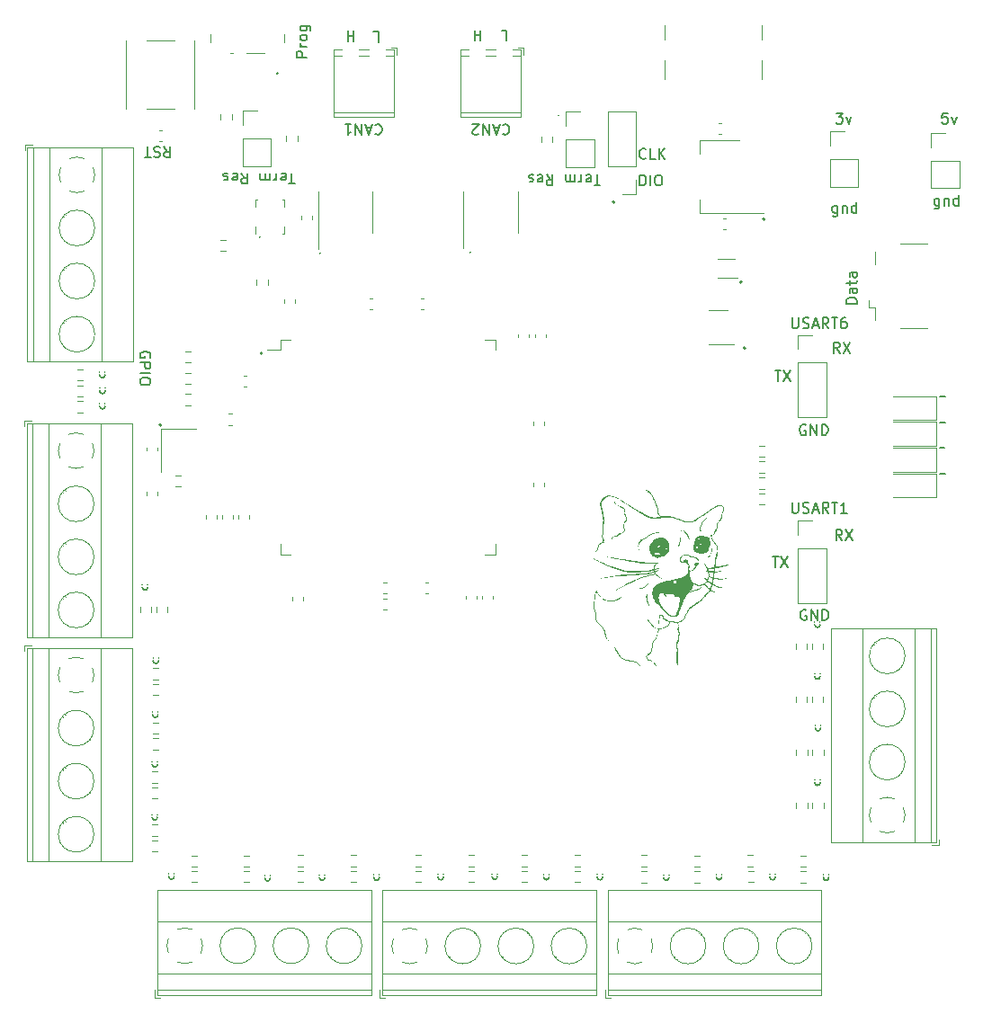
<source format=gbr>
%TF.GenerationSoftware,KiCad,Pcbnew,7.0.7*%
%TF.CreationDate,2024-06-14T16:47:01-05:00*%
%TF.ProjectId,Rev2.2,52657632-2e32-42e6-9b69-6361645f7063,rev?*%
%TF.SameCoordinates,Original*%
%TF.FileFunction,Legend,Top*%
%TF.FilePolarity,Positive*%
%FSLAX46Y46*%
G04 Gerber Fmt 4.6, Leading zero omitted, Abs format (unit mm)*
G04 Created by KiCad (PCBNEW 7.0.7) date 2024-06-14 16:47:01*
%MOMM*%
%LPD*%
G01*
G04 APERTURE LIST*
%ADD10C,0.150000*%
%ADD11C,0.120000*%
G04 APERTURE END LIST*
D10*
X189979300Y-100990400D02*
X190461900Y-100990400D01*
X189992000Y-98552000D02*
X190449200Y-98552000D01*
X189979300Y-96139000D02*
X190461900Y-96139000D01*
X189992000Y-93726000D02*
X190474600Y-93726000D01*
X111404401Y-92927417D02*
G75*
G03*
X111404401Y-92927417I-1J0D01*
G01*
X110896400Y-91694000D02*
G75*
G03*
X111404400Y-91694000I254000J0D01*
G01*
X145800000Y-80150000D02*
G75*
G03*
X145800000Y-80150000I-50000J0D01*
G01*
X178765201Y-124714000D02*
G75*
G03*
X178765201Y-124714000I-1J0D01*
G01*
X114909601Y-111455200D02*
G75*
G03*
X114909601Y-111455200I-1J0D01*
G01*
X178206401Y-129844800D02*
G75*
G03*
X178206401Y-129844800I-1J0D01*
G01*
X115874801Y-123444000D02*
G75*
G03*
X115874801Y-123444000I-1J0D01*
G01*
X131572001Y-138785600D02*
G75*
G03*
X131572001Y-138785600I-1J0D01*
G01*
X168960800Y-138988800D02*
G75*
G03*
X169468800Y-138988800I254000J0D01*
G01*
X131572000Y-139039600D02*
G75*
G03*
X132080000Y-139039600I254000J0D01*
G01*
X148336001Y-138684000D02*
G75*
G03*
X148336001Y-138684000I-1J0D01*
G01*
X117398800Y-138938000D02*
G75*
G03*
X117906800Y-138938000I254000J0D01*
G01*
X116332001Y-133096000D02*
G75*
G03*
X116332001Y-133096000I-1J0D01*
G01*
X110896400Y-94640400D02*
G75*
G03*
X111404400Y-94640400I254000J0D01*
G01*
X110896401Y-92927417D02*
G75*
G03*
X110896401Y-92927417I-1J0D01*
G01*
X137210801Y-138785600D02*
G75*
G03*
X137210801Y-138785600I-1J0D01*
G01*
X171700000Y-89150000D02*
G75*
G03*
X171700000Y-89150000I-100000J0D01*
G01*
X152704800Y-138988800D02*
G75*
G03*
X153212800Y-138988800I254000J0D01*
G01*
X178714401Y-119837200D02*
G75*
G03*
X178714401Y-119837200I-1J0D01*
G01*
X132080001Y-138785600D02*
G75*
G03*
X132080001Y-138785600I-1J0D01*
G01*
X110885217Y-93181417D02*
G75*
G03*
X111415583Y-93181417I265183J0D01*
G01*
X178206400Y-120091200D02*
G75*
G03*
X178714400Y-120091200I254000J0D01*
G01*
X178206400Y-115214400D02*
G75*
G03*
X178714400Y-115214400I254000J0D01*
G01*
X115417601Y-111455200D02*
G75*
G03*
X115417601Y-111455200I-1J0D01*
G01*
X116700000Y-96400000D02*
G75*
G03*
X116700000Y-96400000I-100000J0D01*
G01*
X168960801Y-138734800D02*
G75*
G03*
X168960801Y-138734800I-1J0D01*
G01*
X154100000Y-67250000D02*
G75*
G03*
X154100000Y-67250000I-50000J0D01*
G01*
X126000000Y-78700000D02*
G75*
G03*
X126000000Y-78700000I-50000J0D01*
G01*
X114909600Y-111709200D02*
G75*
G03*
X115417600Y-111709200I254000J0D01*
G01*
X169468801Y-138734800D02*
G75*
G03*
X169468801Y-138734800I-1J0D01*
G01*
X115925600Y-118618000D02*
G75*
G03*
X116433600Y-118618000I254000J0D01*
G01*
X116332001Y-128117600D02*
G75*
G03*
X116332001Y-128117600I-1J0D01*
G01*
X126195544Y-89644427D02*
G75*
G03*
X126195544Y-89644427I-100000J0D01*
G01*
X131650000Y-80250000D02*
G75*
G03*
X131650000Y-80250000I-50000J0D01*
G01*
X179019201Y-138785600D02*
G75*
G03*
X179019201Y-138785600I-1J0D01*
G01*
X115925601Y-118364000D02*
G75*
G03*
X115925601Y-118364000I-1J0D01*
G01*
X115824001Y-128117600D02*
G75*
G03*
X115824001Y-128117600I-1J0D01*
G01*
X173990001Y-138734800D02*
G75*
G03*
X173990001Y-138734800I-1J0D01*
G01*
X178206401Y-119837200D02*
G75*
G03*
X178206401Y-119837200I-1J0D01*
G01*
X136702800Y-139039600D02*
G75*
G03*
X137210800Y-139039600I254000J0D01*
G01*
X178257201Y-124714000D02*
G75*
G03*
X178257201Y-124714000I-1J0D01*
G01*
X173516000Y-77000000D02*
G75*
G03*
X173516000Y-77000000I-100000J0D01*
G01*
X171350000Y-82950000D02*
G75*
G03*
X171350000Y-82950000I-100000J0D01*
G01*
X163982400Y-139039600D02*
G75*
G03*
X164490400Y-139039600I254000J0D01*
G01*
X115824000Y-128371600D02*
G75*
G03*
X116332000Y-128371600I254000J0D01*
G01*
X157734000Y-138988800D02*
G75*
G03*
X158242000Y-138988800I254000J0D01*
G01*
X136702801Y-138785600D02*
G75*
G03*
X136702801Y-138785600I-1J0D01*
G01*
X126441200Y-139090400D02*
G75*
G03*
X126949200Y-139090400I254000J0D01*
G01*
X116382801Y-123444000D02*
G75*
G03*
X116382801Y-123444000I-1J0D01*
G01*
X116433601Y-118364000D02*
G75*
G03*
X116433601Y-118364000I-1J0D01*
G01*
X110896401Y-91440000D02*
G75*
G03*
X110896401Y-91440000I-1J0D01*
G01*
X159375000Y-75400000D02*
G75*
G03*
X159375000Y-75400000I-100000J0D01*
G01*
X142748001Y-138734800D02*
G75*
G03*
X142748001Y-138734800I-1J0D01*
G01*
X178714401Y-129844800D02*
G75*
G03*
X178714401Y-129844800I-1J0D01*
G01*
X143256001Y-138734800D02*
G75*
G03*
X143256001Y-138734800I-1J0D01*
G01*
X117398801Y-138684000D02*
G75*
G03*
X117398801Y-138684000I-1J0D01*
G01*
X147828001Y-138684000D02*
G75*
G03*
X147828001Y-138684000I-1J0D01*
G01*
X157734001Y-138734800D02*
G75*
G03*
X157734001Y-138734800I-1J0D01*
G01*
X152704801Y-138734800D02*
G75*
G03*
X152704801Y-138734800I-1J0D01*
G01*
X115824000Y-133350000D02*
G75*
G03*
X116332000Y-133350000I254000J0D01*
G01*
X126441201Y-138836400D02*
G75*
G03*
X126441201Y-138836400I-1J0D01*
G01*
X179527201Y-138785600D02*
G75*
G03*
X179527201Y-138785600I-1J0D01*
G01*
X174498001Y-138734800D02*
G75*
G03*
X174498001Y-138734800I-1J0D01*
G01*
X178714401Y-114960400D02*
G75*
G03*
X178714401Y-114960400I-1J0D01*
G01*
X111404401Y-94386400D02*
G75*
G03*
X111404401Y-94386400I-1J0D01*
G01*
X179019200Y-139039600D02*
G75*
G03*
X179527200Y-139039600I254000J0D01*
G01*
X158242001Y-138734800D02*
G75*
G03*
X158242001Y-138734800I-1J0D01*
G01*
X115874800Y-123698000D02*
G75*
G03*
X116382800Y-123698000I254000J0D01*
G01*
X173990000Y-138988800D02*
G75*
G03*
X174498000Y-138988800I254000J0D01*
G01*
X178257200Y-124968000D02*
G75*
G03*
X178765200Y-124968000I254000J0D01*
G01*
X178206400Y-130098800D02*
G75*
G03*
X178714400Y-130098800I254000J0D01*
G01*
X115824001Y-133096000D02*
G75*
G03*
X115824001Y-133096000I-1J0D01*
G01*
X126949201Y-138836400D02*
G75*
G03*
X126949201Y-138836400I-1J0D01*
G01*
X127670711Y-63300000D02*
G75*
G03*
X127670711Y-63300000I-70711J0D01*
G01*
X164490401Y-138785600D02*
G75*
G03*
X164490401Y-138785600I-1J0D01*
G01*
X142748000Y-138988800D02*
G75*
G03*
X143256000Y-138988800I254000J0D01*
G01*
X110896401Y-94386400D02*
G75*
G03*
X110896401Y-94386400I-1J0D01*
G01*
X178206401Y-114960400D02*
G75*
G03*
X178206401Y-114960400I-1J0D01*
G01*
X111404401Y-91440000D02*
G75*
G03*
X111404401Y-91440000I-1J0D01*
G01*
X147828000Y-138938000D02*
G75*
G03*
X148336000Y-138938000I254000J0D01*
G01*
X163982401Y-138785600D02*
G75*
G03*
X163982401Y-138785600I-1J0D01*
G01*
X117906801Y-138684000D02*
G75*
G03*
X117906801Y-138684000I-1J0D01*
G01*
X153212801Y-138734800D02*
G75*
G03*
X153212801Y-138734800I-1J0D01*
G01*
X182169819Y-84963220D02*
X181169819Y-84963220D01*
X181169819Y-84963220D02*
X181169819Y-84725125D01*
X181169819Y-84725125D02*
X181217438Y-84582268D01*
X181217438Y-84582268D02*
X181312676Y-84487030D01*
X181312676Y-84487030D02*
X181407914Y-84439411D01*
X181407914Y-84439411D02*
X181598390Y-84391792D01*
X181598390Y-84391792D02*
X181741247Y-84391792D01*
X181741247Y-84391792D02*
X181931723Y-84439411D01*
X181931723Y-84439411D02*
X182026961Y-84487030D01*
X182026961Y-84487030D02*
X182122200Y-84582268D01*
X182122200Y-84582268D02*
X182169819Y-84725125D01*
X182169819Y-84725125D02*
X182169819Y-84963220D01*
X182169819Y-83534649D02*
X181646009Y-83534649D01*
X181646009Y-83534649D02*
X181550771Y-83582268D01*
X181550771Y-83582268D02*
X181503152Y-83677506D01*
X181503152Y-83677506D02*
X181503152Y-83867982D01*
X181503152Y-83867982D02*
X181550771Y-83963220D01*
X182122200Y-83534649D02*
X182169819Y-83629887D01*
X182169819Y-83629887D02*
X182169819Y-83867982D01*
X182169819Y-83867982D02*
X182122200Y-83963220D01*
X182122200Y-83963220D02*
X182026961Y-84010839D01*
X182026961Y-84010839D02*
X181931723Y-84010839D01*
X181931723Y-84010839D02*
X181836485Y-83963220D01*
X181836485Y-83963220D02*
X181788866Y-83867982D01*
X181788866Y-83867982D02*
X181788866Y-83629887D01*
X181788866Y-83629887D02*
X181741247Y-83534649D01*
X181503152Y-83201315D02*
X181503152Y-82820363D01*
X181169819Y-83058458D02*
X182026961Y-83058458D01*
X182026961Y-83058458D02*
X182122200Y-83010839D01*
X182122200Y-83010839D02*
X182169819Y-82915601D01*
X182169819Y-82915601D02*
X182169819Y-82820363D01*
X182169819Y-82058458D02*
X181646009Y-82058458D01*
X181646009Y-82058458D02*
X181550771Y-82106077D01*
X181550771Y-82106077D02*
X181503152Y-82201315D01*
X181503152Y-82201315D02*
X181503152Y-82391791D01*
X181503152Y-82391791D02*
X181550771Y-82487029D01*
X182122200Y-82058458D02*
X182169819Y-82153696D01*
X182169819Y-82153696D02*
X182169819Y-82391791D01*
X182169819Y-82391791D02*
X182122200Y-82487029D01*
X182122200Y-82487029D02*
X182026961Y-82534648D01*
X182026961Y-82534648D02*
X181931723Y-82534648D01*
X181931723Y-82534648D02*
X181836485Y-82487029D01*
X181836485Y-82487029D02*
X181788866Y-82391791D01*
X181788866Y-82391791D02*
X181788866Y-82153696D01*
X181788866Y-82153696D02*
X181741247Y-82058458D01*
X136687030Y-59330180D02*
X137163220Y-59330180D01*
X137163220Y-59330180D02*
X137163220Y-60330180D01*
X176086779Y-103694819D02*
X176086779Y-104504342D01*
X176086779Y-104504342D02*
X176134398Y-104599580D01*
X176134398Y-104599580D02*
X176182017Y-104647200D01*
X176182017Y-104647200D02*
X176277255Y-104694819D01*
X176277255Y-104694819D02*
X176467731Y-104694819D01*
X176467731Y-104694819D02*
X176562969Y-104647200D01*
X176562969Y-104647200D02*
X176610588Y-104599580D01*
X176610588Y-104599580D02*
X176658207Y-104504342D01*
X176658207Y-104504342D02*
X176658207Y-103694819D01*
X177086779Y-104647200D02*
X177229636Y-104694819D01*
X177229636Y-104694819D02*
X177467731Y-104694819D01*
X177467731Y-104694819D02*
X177562969Y-104647200D01*
X177562969Y-104647200D02*
X177610588Y-104599580D01*
X177610588Y-104599580D02*
X177658207Y-104504342D01*
X177658207Y-104504342D02*
X177658207Y-104409104D01*
X177658207Y-104409104D02*
X177610588Y-104313866D01*
X177610588Y-104313866D02*
X177562969Y-104266247D01*
X177562969Y-104266247D02*
X177467731Y-104218628D01*
X177467731Y-104218628D02*
X177277255Y-104171009D01*
X177277255Y-104171009D02*
X177182017Y-104123390D01*
X177182017Y-104123390D02*
X177134398Y-104075771D01*
X177134398Y-104075771D02*
X177086779Y-103980533D01*
X177086779Y-103980533D02*
X177086779Y-103885295D01*
X177086779Y-103885295D02*
X177134398Y-103790057D01*
X177134398Y-103790057D02*
X177182017Y-103742438D01*
X177182017Y-103742438D02*
X177277255Y-103694819D01*
X177277255Y-103694819D02*
X177515350Y-103694819D01*
X177515350Y-103694819D02*
X177658207Y-103742438D01*
X178039160Y-104409104D02*
X178515350Y-104409104D01*
X177943922Y-104694819D02*
X178277255Y-103694819D01*
X178277255Y-103694819D02*
X178610588Y-104694819D01*
X179515350Y-104694819D02*
X179182017Y-104218628D01*
X178943922Y-104694819D02*
X178943922Y-103694819D01*
X178943922Y-103694819D02*
X179324874Y-103694819D01*
X179324874Y-103694819D02*
X179420112Y-103742438D01*
X179420112Y-103742438D02*
X179467731Y-103790057D01*
X179467731Y-103790057D02*
X179515350Y-103885295D01*
X179515350Y-103885295D02*
X179515350Y-104028152D01*
X179515350Y-104028152D02*
X179467731Y-104123390D01*
X179467731Y-104123390D02*
X179420112Y-104171009D01*
X179420112Y-104171009D02*
X179324874Y-104218628D01*
X179324874Y-104218628D02*
X178943922Y-104218628D01*
X179801065Y-103694819D02*
X180372493Y-103694819D01*
X180086779Y-104694819D02*
X180086779Y-103694819D01*
X181229636Y-104694819D02*
X180658208Y-104694819D01*
X180943922Y-104694819D02*
X180943922Y-103694819D01*
X180943922Y-103694819D02*
X180848684Y-103837676D01*
X180848684Y-103837676D02*
X180753446Y-103932914D01*
X180753446Y-103932914D02*
X180658208Y-103980533D01*
X130419819Y-61763220D02*
X129419819Y-61763220D01*
X129419819Y-61763220D02*
X129419819Y-61382268D01*
X129419819Y-61382268D02*
X129467438Y-61287030D01*
X129467438Y-61287030D02*
X129515057Y-61239411D01*
X129515057Y-61239411D02*
X129610295Y-61191792D01*
X129610295Y-61191792D02*
X129753152Y-61191792D01*
X129753152Y-61191792D02*
X129848390Y-61239411D01*
X129848390Y-61239411D02*
X129896009Y-61287030D01*
X129896009Y-61287030D02*
X129943628Y-61382268D01*
X129943628Y-61382268D02*
X129943628Y-61763220D01*
X130419819Y-60763220D02*
X129753152Y-60763220D01*
X129943628Y-60763220D02*
X129848390Y-60715601D01*
X129848390Y-60715601D02*
X129800771Y-60667982D01*
X129800771Y-60667982D02*
X129753152Y-60572744D01*
X129753152Y-60572744D02*
X129753152Y-60477506D01*
X130419819Y-60001315D02*
X130372200Y-60096553D01*
X130372200Y-60096553D02*
X130324580Y-60144172D01*
X130324580Y-60144172D02*
X130229342Y-60191791D01*
X130229342Y-60191791D02*
X129943628Y-60191791D01*
X129943628Y-60191791D02*
X129848390Y-60144172D01*
X129848390Y-60144172D02*
X129800771Y-60096553D01*
X129800771Y-60096553D02*
X129753152Y-60001315D01*
X129753152Y-60001315D02*
X129753152Y-59858458D01*
X129753152Y-59858458D02*
X129800771Y-59763220D01*
X129800771Y-59763220D02*
X129848390Y-59715601D01*
X129848390Y-59715601D02*
X129943628Y-59667982D01*
X129943628Y-59667982D02*
X130229342Y-59667982D01*
X130229342Y-59667982D02*
X130324580Y-59715601D01*
X130324580Y-59715601D02*
X130372200Y-59763220D01*
X130372200Y-59763220D02*
X130419819Y-59858458D01*
X130419819Y-59858458D02*
X130419819Y-60001315D01*
X129753152Y-58810839D02*
X130562676Y-58810839D01*
X130562676Y-58810839D02*
X130657914Y-58858458D01*
X130657914Y-58858458D02*
X130705533Y-58906077D01*
X130705533Y-58906077D02*
X130753152Y-59001315D01*
X130753152Y-59001315D02*
X130753152Y-59144172D01*
X130753152Y-59144172D02*
X130705533Y-59239410D01*
X130372200Y-58810839D02*
X130419819Y-58906077D01*
X130419819Y-58906077D02*
X130419819Y-59096553D01*
X130419819Y-59096553D02*
X130372200Y-59191791D01*
X130372200Y-59191791D02*
X130324580Y-59239410D01*
X130324580Y-59239410D02*
X130229342Y-59287029D01*
X130229342Y-59287029D02*
X129943628Y-59287029D01*
X129943628Y-59287029D02*
X129848390Y-59239410D01*
X129848390Y-59239410D02*
X129800771Y-59191791D01*
X129800771Y-59191791D02*
X129753152Y-59096553D01*
X129753152Y-59096553D02*
X129753152Y-58906077D01*
X129753152Y-58906077D02*
X129800771Y-58810839D01*
X180783207Y-107269819D02*
X180449874Y-106793628D01*
X180211779Y-107269819D02*
X180211779Y-106269819D01*
X180211779Y-106269819D02*
X180592731Y-106269819D01*
X180592731Y-106269819D02*
X180687969Y-106317438D01*
X180687969Y-106317438D02*
X180735588Y-106365057D01*
X180735588Y-106365057D02*
X180783207Y-106460295D01*
X180783207Y-106460295D02*
X180783207Y-106603152D01*
X180783207Y-106603152D02*
X180735588Y-106698390D01*
X180735588Y-106698390D02*
X180687969Y-106746009D01*
X180687969Y-106746009D02*
X180592731Y-106793628D01*
X180592731Y-106793628D02*
X180211779Y-106793628D01*
X181116541Y-106269819D02*
X181783207Y-107269819D01*
X181783207Y-106269819D02*
X181116541Y-107269819D01*
X180216541Y-67023819D02*
X180835588Y-67023819D01*
X180835588Y-67023819D02*
X180502255Y-67404771D01*
X180502255Y-67404771D02*
X180645112Y-67404771D01*
X180645112Y-67404771D02*
X180740350Y-67452390D01*
X180740350Y-67452390D02*
X180787969Y-67500009D01*
X180787969Y-67500009D02*
X180835588Y-67595247D01*
X180835588Y-67595247D02*
X180835588Y-67833342D01*
X180835588Y-67833342D02*
X180787969Y-67928580D01*
X180787969Y-67928580D02*
X180740350Y-67976200D01*
X180740350Y-67976200D02*
X180645112Y-68023819D01*
X180645112Y-68023819D02*
X180359398Y-68023819D01*
X180359398Y-68023819D02*
X180264160Y-67976200D01*
X180264160Y-67976200D02*
X180216541Y-67928580D01*
X181168922Y-67357152D02*
X181407017Y-68023819D01*
X181407017Y-68023819D02*
X181645112Y-67357152D01*
X177410588Y-113842438D02*
X177315350Y-113794819D01*
X177315350Y-113794819D02*
X177172493Y-113794819D01*
X177172493Y-113794819D02*
X177029636Y-113842438D01*
X177029636Y-113842438D02*
X176934398Y-113937676D01*
X176934398Y-113937676D02*
X176886779Y-114032914D01*
X176886779Y-114032914D02*
X176839160Y-114223390D01*
X176839160Y-114223390D02*
X176839160Y-114366247D01*
X176839160Y-114366247D02*
X176886779Y-114556723D01*
X176886779Y-114556723D02*
X176934398Y-114651961D01*
X176934398Y-114651961D02*
X177029636Y-114747200D01*
X177029636Y-114747200D02*
X177172493Y-114794819D01*
X177172493Y-114794819D02*
X177267731Y-114794819D01*
X177267731Y-114794819D02*
X177410588Y-114747200D01*
X177410588Y-114747200D02*
X177458207Y-114699580D01*
X177458207Y-114699580D02*
X177458207Y-114366247D01*
X177458207Y-114366247D02*
X177267731Y-114366247D01*
X177886779Y-114794819D02*
X177886779Y-113794819D01*
X177886779Y-113794819D02*
X178458207Y-114794819D01*
X178458207Y-114794819D02*
X178458207Y-113794819D01*
X178934398Y-114794819D02*
X178934398Y-113794819D01*
X178934398Y-113794819D02*
X179172493Y-113794819D01*
X179172493Y-113794819D02*
X179315350Y-113842438D01*
X179315350Y-113842438D02*
X179410588Y-113937676D01*
X179410588Y-113937676D02*
X179458207Y-114032914D01*
X179458207Y-114032914D02*
X179505826Y-114223390D01*
X179505826Y-114223390D02*
X179505826Y-114366247D01*
X179505826Y-114366247D02*
X179458207Y-114556723D01*
X179458207Y-114556723D02*
X179410588Y-114651961D01*
X179410588Y-114651961D02*
X179315350Y-114747200D01*
X179315350Y-114747200D02*
X179172493Y-114794819D01*
X179172493Y-114794819D02*
X178934398Y-114794819D01*
X190712969Y-67028819D02*
X190236779Y-67028819D01*
X190236779Y-67028819D02*
X190189160Y-67505009D01*
X190189160Y-67505009D02*
X190236779Y-67457390D01*
X190236779Y-67457390D02*
X190332017Y-67409771D01*
X190332017Y-67409771D02*
X190570112Y-67409771D01*
X190570112Y-67409771D02*
X190665350Y-67457390D01*
X190665350Y-67457390D02*
X190712969Y-67505009D01*
X190712969Y-67505009D02*
X190760588Y-67600247D01*
X190760588Y-67600247D02*
X190760588Y-67838342D01*
X190760588Y-67838342D02*
X190712969Y-67933580D01*
X190712969Y-67933580D02*
X190665350Y-67981200D01*
X190665350Y-67981200D02*
X190570112Y-68028819D01*
X190570112Y-68028819D02*
X190332017Y-68028819D01*
X190332017Y-68028819D02*
X190236779Y-67981200D01*
X190236779Y-67981200D02*
X190189160Y-67933580D01*
X191093922Y-67362152D02*
X191332017Y-68028819D01*
X191332017Y-68028819D02*
X191570112Y-67362152D01*
X189915350Y-75062152D02*
X189915350Y-75871676D01*
X189915350Y-75871676D02*
X189867731Y-75966914D01*
X189867731Y-75966914D02*
X189820112Y-76014533D01*
X189820112Y-76014533D02*
X189724874Y-76062152D01*
X189724874Y-76062152D02*
X189582017Y-76062152D01*
X189582017Y-76062152D02*
X189486779Y-76014533D01*
X189915350Y-75681200D02*
X189820112Y-75728819D01*
X189820112Y-75728819D02*
X189629636Y-75728819D01*
X189629636Y-75728819D02*
X189534398Y-75681200D01*
X189534398Y-75681200D02*
X189486779Y-75633580D01*
X189486779Y-75633580D02*
X189439160Y-75538342D01*
X189439160Y-75538342D02*
X189439160Y-75252628D01*
X189439160Y-75252628D02*
X189486779Y-75157390D01*
X189486779Y-75157390D02*
X189534398Y-75109771D01*
X189534398Y-75109771D02*
X189629636Y-75062152D01*
X189629636Y-75062152D02*
X189820112Y-75062152D01*
X189820112Y-75062152D02*
X189915350Y-75109771D01*
X190391541Y-75062152D02*
X190391541Y-75728819D01*
X190391541Y-75157390D02*
X190439160Y-75109771D01*
X190439160Y-75109771D02*
X190534398Y-75062152D01*
X190534398Y-75062152D02*
X190677255Y-75062152D01*
X190677255Y-75062152D02*
X190772493Y-75109771D01*
X190772493Y-75109771D02*
X190820112Y-75205009D01*
X190820112Y-75205009D02*
X190820112Y-75728819D01*
X191724874Y-75728819D02*
X191724874Y-74728819D01*
X191724874Y-75681200D02*
X191629636Y-75728819D01*
X191629636Y-75728819D02*
X191439160Y-75728819D01*
X191439160Y-75728819D02*
X191343922Y-75681200D01*
X191343922Y-75681200D02*
X191296303Y-75633580D01*
X191296303Y-75633580D02*
X191248684Y-75538342D01*
X191248684Y-75538342D02*
X191248684Y-75252628D01*
X191248684Y-75252628D02*
X191296303Y-75157390D01*
X191296303Y-75157390D02*
X191343922Y-75109771D01*
X191343922Y-75109771D02*
X191439160Y-75062152D01*
X191439160Y-75062152D02*
X191629636Y-75062152D01*
X191629636Y-75062152D02*
X191724874Y-75109771D01*
X129256077Y-73680180D02*
X128684649Y-73680180D01*
X128970363Y-72680180D02*
X128970363Y-73680180D01*
X127970363Y-72727800D02*
X128065601Y-72680180D01*
X128065601Y-72680180D02*
X128256077Y-72680180D01*
X128256077Y-72680180D02*
X128351315Y-72727800D01*
X128351315Y-72727800D02*
X128398934Y-72823038D01*
X128398934Y-72823038D02*
X128398934Y-73203990D01*
X128398934Y-73203990D02*
X128351315Y-73299228D01*
X128351315Y-73299228D02*
X128256077Y-73346847D01*
X128256077Y-73346847D02*
X128065601Y-73346847D01*
X128065601Y-73346847D02*
X127970363Y-73299228D01*
X127970363Y-73299228D02*
X127922744Y-73203990D01*
X127922744Y-73203990D02*
X127922744Y-73108752D01*
X127922744Y-73108752D02*
X128398934Y-73013514D01*
X127494172Y-72680180D02*
X127494172Y-73346847D01*
X127494172Y-73156371D02*
X127446553Y-73251609D01*
X127446553Y-73251609D02*
X127398934Y-73299228D01*
X127398934Y-73299228D02*
X127303696Y-73346847D01*
X127303696Y-73346847D02*
X127208458Y-73346847D01*
X126875124Y-72680180D02*
X126875124Y-73346847D01*
X126875124Y-73251609D02*
X126827505Y-73299228D01*
X126827505Y-73299228D02*
X126732267Y-73346847D01*
X126732267Y-73346847D02*
X126589410Y-73346847D01*
X126589410Y-73346847D02*
X126494172Y-73299228D01*
X126494172Y-73299228D02*
X126446553Y-73203990D01*
X126446553Y-73203990D02*
X126446553Y-72680180D01*
X126446553Y-73203990D02*
X126398934Y-73299228D01*
X126398934Y-73299228D02*
X126303696Y-73346847D01*
X126303696Y-73346847D02*
X126160839Y-73346847D01*
X126160839Y-73346847D02*
X126065600Y-73299228D01*
X126065600Y-73299228D02*
X126017981Y-73203990D01*
X126017981Y-73203990D02*
X126017981Y-72680180D01*
X124208458Y-72680180D02*
X124541791Y-73156371D01*
X124779886Y-72680180D02*
X124779886Y-73680180D01*
X124779886Y-73680180D02*
X124398934Y-73680180D01*
X124398934Y-73680180D02*
X124303696Y-73632561D01*
X124303696Y-73632561D02*
X124256077Y-73584942D01*
X124256077Y-73584942D02*
X124208458Y-73489704D01*
X124208458Y-73489704D02*
X124208458Y-73346847D01*
X124208458Y-73346847D02*
X124256077Y-73251609D01*
X124256077Y-73251609D02*
X124303696Y-73203990D01*
X124303696Y-73203990D02*
X124398934Y-73156371D01*
X124398934Y-73156371D02*
X124779886Y-73156371D01*
X123398934Y-72727800D02*
X123494172Y-72680180D01*
X123494172Y-72680180D02*
X123684648Y-72680180D01*
X123684648Y-72680180D02*
X123779886Y-72727800D01*
X123779886Y-72727800D02*
X123827505Y-72823038D01*
X123827505Y-72823038D02*
X123827505Y-73203990D01*
X123827505Y-73203990D02*
X123779886Y-73299228D01*
X123779886Y-73299228D02*
X123684648Y-73346847D01*
X123684648Y-73346847D02*
X123494172Y-73346847D01*
X123494172Y-73346847D02*
X123398934Y-73299228D01*
X123398934Y-73299228D02*
X123351315Y-73203990D01*
X123351315Y-73203990D02*
X123351315Y-73108752D01*
X123351315Y-73108752D02*
X123827505Y-73013514D01*
X122970362Y-72727800D02*
X122875124Y-72680180D01*
X122875124Y-72680180D02*
X122684648Y-72680180D01*
X122684648Y-72680180D02*
X122589410Y-72727800D01*
X122589410Y-72727800D02*
X122541791Y-72823038D01*
X122541791Y-72823038D02*
X122541791Y-72870657D01*
X122541791Y-72870657D02*
X122589410Y-72965895D01*
X122589410Y-72965895D02*
X122684648Y-73013514D01*
X122684648Y-73013514D02*
X122827505Y-73013514D01*
X122827505Y-73013514D02*
X122922743Y-73061133D01*
X122922743Y-73061133D02*
X122970362Y-73156371D01*
X122970362Y-73156371D02*
X122970362Y-73203990D01*
X122970362Y-73203990D02*
X122922743Y-73299228D01*
X122922743Y-73299228D02*
X122827505Y-73346847D01*
X122827505Y-73346847D02*
X122684648Y-73346847D01*
X122684648Y-73346847D02*
X122589410Y-73299228D01*
X148737030Y-59230180D02*
X149213220Y-59230180D01*
X149213220Y-59230180D02*
X149213220Y-60230180D01*
X158006077Y-73830180D02*
X157434649Y-73830180D01*
X157720363Y-72830180D02*
X157720363Y-73830180D01*
X156720363Y-72877800D02*
X156815601Y-72830180D01*
X156815601Y-72830180D02*
X157006077Y-72830180D01*
X157006077Y-72830180D02*
X157101315Y-72877800D01*
X157101315Y-72877800D02*
X157148934Y-72973038D01*
X157148934Y-72973038D02*
X157148934Y-73353990D01*
X157148934Y-73353990D02*
X157101315Y-73449228D01*
X157101315Y-73449228D02*
X157006077Y-73496847D01*
X157006077Y-73496847D02*
X156815601Y-73496847D01*
X156815601Y-73496847D02*
X156720363Y-73449228D01*
X156720363Y-73449228D02*
X156672744Y-73353990D01*
X156672744Y-73353990D02*
X156672744Y-73258752D01*
X156672744Y-73258752D02*
X157148934Y-73163514D01*
X156244172Y-72830180D02*
X156244172Y-73496847D01*
X156244172Y-73306371D02*
X156196553Y-73401609D01*
X156196553Y-73401609D02*
X156148934Y-73449228D01*
X156148934Y-73449228D02*
X156053696Y-73496847D01*
X156053696Y-73496847D02*
X155958458Y-73496847D01*
X155625124Y-72830180D02*
X155625124Y-73496847D01*
X155625124Y-73401609D02*
X155577505Y-73449228D01*
X155577505Y-73449228D02*
X155482267Y-73496847D01*
X155482267Y-73496847D02*
X155339410Y-73496847D01*
X155339410Y-73496847D02*
X155244172Y-73449228D01*
X155244172Y-73449228D02*
X155196553Y-73353990D01*
X155196553Y-73353990D02*
X155196553Y-72830180D01*
X155196553Y-73353990D02*
X155148934Y-73449228D01*
X155148934Y-73449228D02*
X155053696Y-73496847D01*
X155053696Y-73496847D02*
X154910839Y-73496847D01*
X154910839Y-73496847D02*
X154815600Y-73449228D01*
X154815600Y-73449228D02*
X154767981Y-73353990D01*
X154767981Y-73353990D02*
X154767981Y-72830180D01*
X152958458Y-72830180D02*
X153291791Y-73306371D01*
X153529886Y-72830180D02*
X153529886Y-73830180D01*
X153529886Y-73830180D02*
X153148934Y-73830180D01*
X153148934Y-73830180D02*
X153053696Y-73782561D01*
X153053696Y-73782561D02*
X153006077Y-73734942D01*
X153006077Y-73734942D02*
X152958458Y-73639704D01*
X152958458Y-73639704D02*
X152958458Y-73496847D01*
X152958458Y-73496847D02*
X153006077Y-73401609D01*
X153006077Y-73401609D02*
X153053696Y-73353990D01*
X153053696Y-73353990D02*
X153148934Y-73306371D01*
X153148934Y-73306371D02*
X153529886Y-73306371D01*
X152148934Y-72877800D02*
X152244172Y-72830180D01*
X152244172Y-72830180D02*
X152434648Y-72830180D01*
X152434648Y-72830180D02*
X152529886Y-72877800D01*
X152529886Y-72877800D02*
X152577505Y-72973038D01*
X152577505Y-72973038D02*
X152577505Y-73353990D01*
X152577505Y-73353990D02*
X152529886Y-73449228D01*
X152529886Y-73449228D02*
X152434648Y-73496847D01*
X152434648Y-73496847D02*
X152244172Y-73496847D01*
X152244172Y-73496847D02*
X152148934Y-73449228D01*
X152148934Y-73449228D02*
X152101315Y-73353990D01*
X152101315Y-73353990D02*
X152101315Y-73258752D01*
X152101315Y-73258752D02*
X152577505Y-73163514D01*
X151720362Y-72877800D02*
X151625124Y-72830180D01*
X151625124Y-72830180D02*
X151434648Y-72830180D01*
X151434648Y-72830180D02*
X151339410Y-72877800D01*
X151339410Y-72877800D02*
X151291791Y-72973038D01*
X151291791Y-72973038D02*
X151291791Y-73020657D01*
X151291791Y-73020657D02*
X151339410Y-73115895D01*
X151339410Y-73115895D02*
X151434648Y-73163514D01*
X151434648Y-73163514D02*
X151577505Y-73163514D01*
X151577505Y-73163514D02*
X151672743Y-73211133D01*
X151672743Y-73211133D02*
X151720362Y-73306371D01*
X151720362Y-73306371D02*
X151720362Y-73353990D01*
X151720362Y-73353990D02*
X151672743Y-73449228D01*
X151672743Y-73449228D02*
X151577505Y-73496847D01*
X151577505Y-73496847D02*
X151434648Y-73496847D01*
X151434648Y-73496847D02*
X151339410Y-73449228D01*
X146186779Y-60219819D02*
X146186779Y-59219819D01*
X146186779Y-59696009D02*
X146758207Y-59696009D01*
X146758207Y-60219819D02*
X146758207Y-59219819D01*
X134236779Y-60269819D02*
X134236779Y-59269819D01*
X134236779Y-59746009D02*
X134808207Y-59746009D01*
X134808207Y-60269819D02*
X134808207Y-59269819D01*
X180340350Y-75757152D02*
X180340350Y-76566676D01*
X180340350Y-76566676D02*
X180292731Y-76661914D01*
X180292731Y-76661914D02*
X180245112Y-76709533D01*
X180245112Y-76709533D02*
X180149874Y-76757152D01*
X180149874Y-76757152D02*
X180007017Y-76757152D01*
X180007017Y-76757152D02*
X179911779Y-76709533D01*
X180340350Y-76376200D02*
X180245112Y-76423819D01*
X180245112Y-76423819D02*
X180054636Y-76423819D01*
X180054636Y-76423819D02*
X179959398Y-76376200D01*
X179959398Y-76376200D02*
X179911779Y-76328580D01*
X179911779Y-76328580D02*
X179864160Y-76233342D01*
X179864160Y-76233342D02*
X179864160Y-75947628D01*
X179864160Y-75947628D02*
X179911779Y-75852390D01*
X179911779Y-75852390D02*
X179959398Y-75804771D01*
X179959398Y-75804771D02*
X180054636Y-75757152D01*
X180054636Y-75757152D02*
X180245112Y-75757152D01*
X180245112Y-75757152D02*
X180340350Y-75804771D01*
X180816541Y-75757152D02*
X180816541Y-76423819D01*
X180816541Y-75852390D02*
X180864160Y-75804771D01*
X180864160Y-75804771D02*
X180959398Y-75757152D01*
X180959398Y-75757152D02*
X181102255Y-75757152D01*
X181102255Y-75757152D02*
X181197493Y-75804771D01*
X181197493Y-75804771D02*
X181245112Y-75900009D01*
X181245112Y-75900009D02*
X181245112Y-76423819D01*
X182149874Y-76423819D02*
X182149874Y-75423819D01*
X182149874Y-76376200D02*
X182054636Y-76423819D01*
X182054636Y-76423819D02*
X181864160Y-76423819D01*
X181864160Y-76423819D02*
X181768922Y-76376200D01*
X181768922Y-76376200D02*
X181721303Y-76328580D01*
X181721303Y-76328580D02*
X181673684Y-76233342D01*
X181673684Y-76233342D02*
X181673684Y-75947628D01*
X181673684Y-75947628D02*
X181721303Y-75852390D01*
X181721303Y-75852390D02*
X181768922Y-75804771D01*
X181768922Y-75804771D02*
X181864160Y-75757152D01*
X181864160Y-75757152D02*
X182054636Y-75757152D01*
X182054636Y-75757152D02*
X182149874Y-75804771D01*
X176086779Y-86294819D02*
X176086779Y-87104342D01*
X176086779Y-87104342D02*
X176134398Y-87199580D01*
X176134398Y-87199580D02*
X176182017Y-87247200D01*
X176182017Y-87247200D02*
X176277255Y-87294819D01*
X176277255Y-87294819D02*
X176467731Y-87294819D01*
X176467731Y-87294819D02*
X176562969Y-87247200D01*
X176562969Y-87247200D02*
X176610588Y-87199580D01*
X176610588Y-87199580D02*
X176658207Y-87104342D01*
X176658207Y-87104342D02*
X176658207Y-86294819D01*
X177086779Y-87247200D02*
X177229636Y-87294819D01*
X177229636Y-87294819D02*
X177467731Y-87294819D01*
X177467731Y-87294819D02*
X177562969Y-87247200D01*
X177562969Y-87247200D02*
X177610588Y-87199580D01*
X177610588Y-87199580D02*
X177658207Y-87104342D01*
X177658207Y-87104342D02*
X177658207Y-87009104D01*
X177658207Y-87009104D02*
X177610588Y-86913866D01*
X177610588Y-86913866D02*
X177562969Y-86866247D01*
X177562969Y-86866247D02*
X177467731Y-86818628D01*
X177467731Y-86818628D02*
X177277255Y-86771009D01*
X177277255Y-86771009D02*
X177182017Y-86723390D01*
X177182017Y-86723390D02*
X177134398Y-86675771D01*
X177134398Y-86675771D02*
X177086779Y-86580533D01*
X177086779Y-86580533D02*
X177086779Y-86485295D01*
X177086779Y-86485295D02*
X177134398Y-86390057D01*
X177134398Y-86390057D02*
X177182017Y-86342438D01*
X177182017Y-86342438D02*
X177277255Y-86294819D01*
X177277255Y-86294819D02*
X177515350Y-86294819D01*
X177515350Y-86294819D02*
X177658207Y-86342438D01*
X178039160Y-87009104D02*
X178515350Y-87009104D01*
X177943922Y-87294819D02*
X178277255Y-86294819D01*
X178277255Y-86294819D02*
X178610588Y-87294819D01*
X179515350Y-87294819D02*
X179182017Y-86818628D01*
X178943922Y-87294819D02*
X178943922Y-86294819D01*
X178943922Y-86294819D02*
X179324874Y-86294819D01*
X179324874Y-86294819D02*
X179420112Y-86342438D01*
X179420112Y-86342438D02*
X179467731Y-86390057D01*
X179467731Y-86390057D02*
X179515350Y-86485295D01*
X179515350Y-86485295D02*
X179515350Y-86628152D01*
X179515350Y-86628152D02*
X179467731Y-86723390D01*
X179467731Y-86723390D02*
X179420112Y-86771009D01*
X179420112Y-86771009D02*
X179324874Y-86818628D01*
X179324874Y-86818628D02*
X178943922Y-86818628D01*
X179801065Y-86294819D02*
X180372493Y-86294819D01*
X180086779Y-87294819D02*
X180086779Y-86294819D01*
X181134398Y-86294819D02*
X180943922Y-86294819D01*
X180943922Y-86294819D02*
X180848684Y-86342438D01*
X180848684Y-86342438D02*
X180801065Y-86390057D01*
X180801065Y-86390057D02*
X180705827Y-86532914D01*
X180705827Y-86532914D02*
X180658208Y-86723390D01*
X180658208Y-86723390D02*
X180658208Y-87104342D01*
X180658208Y-87104342D02*
X180705827Y-87199580D01*
X180705827Y-87199580D02*
X180753446Y-87247200D01*
X180753446Y-87247200D02*
X180848684Y-87294819D01*
X180848684Y-87294819D02*
X181039160Y-87294819D01*
X181039160Y-87294819D02*
X181134398Y-87247200D01*
X181134398Y-87247200D02*
X181182017Y-87199580D01*
X181182017Y-87199580D02*
X181229636Y-87104342D01*
X181229636Y-87104342D02*
X181229636Y-86866247D01*
X181229636Y-86866247D02*
X181182017Y-86771009D01*
X181182017Y-86771009D02*
X181134398Y-86723390D01*
X181134398Y-86723390D02*
X181039160Y-86675771D01*
X181039160Y-86675771D02*
X180848684Y-86675771D01*
X180848684Y-86675771D02*
X180753446Y-86723390D01*
X180753446Y-86723390D02*
X180705827Y-86771009D01*
X180705827Y-86771009D02*
X180658208Y-86866247D01*
X136841792Y-68175419D02*
X136889411Y-68127800D01*
X136889411Y-68127800D02*
X137032268Y-68080180D01*
X137032268Y-68080180D02*
X137127506Y-68080180D01*
X137127506Y-68080180D02*
X137270363Y-68127800D01*
X137270363Y-68127800D02*
X137365601Y-68223038D01*
X137365601Y-68223038D02*
X137413220Y-68318276D01*
X137413220Y-68318276D02*
X137460839Y-68508752D01*
X137460839Y-68508752D02*
X137460839Y-68651609D01*
X137460839Y-68651609D02*
X137413220Y-68842085D01*
X137413220Y-68842085D02*
X137365601Y-68937323D01*
X137365601Y-68937323D02*
X137270363Y-69032561D01*
X137270363Y-69032561D02*
X137127506Y-69080180D01*
X137127506Y-69080180D02*
X137032268Y-69080180D01*
X137032268Y-69080180D02*
X136889411Y-69032561D01*
X136889411Y-69032561D02*
X136841792Y-68984942D01*
X136460839Y-68365895D02*
X135984649Y-68365895D01*
X136556077Y-68080180D02*
X136222744Y-69080180D01*
X136222744Y-69080180D02*
X135889411Y-68080180D01*
X135556077Y-68080180D02*
X135556077Y-69080180D01*
X135556077Y-69080180D02*
X134984649Y-68080180D01*
X134984649Y-68080180D02*
X134984649Y-69080180D01*
X133984649Y-68080180D02*
X134556077Y-68080180D01*
X134270363Y-68080180D02*
X134270363Y-69080180D01*
X134270363Y-69080180D02*
X134365601Y-68937323D01*
X134365601Y-68937323D02*
X134460839Y-68842085D01*
X134460839Y-68842085D02*
X134556077Y-68794466D01*
X177360588Y-96417438D02*
X177265350Y-96369819D01*
X177265350Y-96369819D02*
X177122493Y-96369819D01*
X177122493Y-96369819D02*
X176979636Y-96417438D01*
X176979636Y-96417438D02*
X176884398Y-96512676D01*
X176884398Y-96512676D02*
X176836779Y-96607914D01*
X176836779Y-96607914D02*
X176789160Y-96798390D01*
X176789160Y-96798390D02*
X176789160Y-96941247D01*
X176789160Y-96941247D02*
X176836779Y-97131723D01*
X176836779Y-97131723D02*
X176884398Y-97226961D01*
X176884398Y-97226961D02*
X176979636Y-97322200D01*
X176979636Y-97322200D02*
X177122493Y-97369819D01*
X177122493Y-97369819D02*
X177217731Y-97369819D01*
X177217731Y-97369819D02*
X177360588Y-97322200D01*
X177360588Y-97322200D02*
X177408207Y-97274580D01*
X177408207Y-97274580D02*
X177408207Y-96941247D01*
X177408207Y-96941247D02*
X177217731Y-96941247D01*
X177836779Y-97369819D02*
X177836779Y-96369819D01*
X177836779Y-96369819D02*
X178408207Y-97369819D01*
X178408207Y-97369819D02*
X178408207Y-96369819D01*
X178884398Y-97369819D02*
X178884398Y-96369819D01*
X178884398Y-96369819D02*
X179122493Y-96369819D01*
X179122493Y-96369819D02*
X179265350Y-96417438D01*
X179265350Y-96417438D02*
X179360588Y-96512676D01*
X179360588Y-96512676D02*
X179408207Y-96607914D01*
X179408207Y-96607914D02*
X179455826Y-96798390D01*
X179455826Y-96798390D02*
X179455826Y-96941247D01*
X179455826Y-96941247D02*
X179408207Y-97131723D01*
X179408207Y-97131723D02*
X179360588Y-97226961D01*
X179360588Y-97226961D02*
X179265350Y-97322200D01*
X179265350Y-97322200D02*
X179122493Y-97369819D01*
X179122493Y-97369819D02*
X178884398Y-97369819D01*
X162308207Y-71249580D02*
X162260588Y-71297200D01*
X162260588Y-71297200D02*
X162117731Y-71344819D01*
X162117731Y-71344819D02*
X162022493Y-71344819D01*
X162022493Y-71344819D02*
X161879636Y-71297200D01*
X161879636Y-71297200D02*
X161784398Y-71201961D01*
X161784398Y-71201961D02*
X161736779Y-71106723D01*
X161736779Y-71106723D02*
X161689160Y-70916247D01*
X161689160Y-70916247D02*
X161689160Y-70773390D01*
X161689160Y-70773390D02*
X161736779Y-70582914D01*
X161736779Y-70582914D02*
X161784398Y-70487676D01*
X161784398Y-70487676D02*
X161879636Y-70392438D01*
X161879636Y-70392438D02*
X162022493Y-70344819D01*
X162022493Y-70344819D02*
X162117731Y-70344819D01*
X162117731Y-70344819D02*
X162260588Y-70392438D01*
X162260588Y-70392438D02*
X162308207Y-70440057D01*
X163212969Y-71344819D02*
X162736779Y-71344819D01*
X162736779Y-71344819D02*
X162736779Y-70344819D01*
X163546303Y-71344819D02*
X163546303Y-70344819D01*
X164117731Y-71344819D02*
X163689160Y-70773390D01*
X164117731Y-70344819D02*
X163546303Y-70916247D01*
X115632561Y-90060588D02*
X115680180Y-89965350D01*
X115680180Y-89965350D02*
X115680180Y-89822493D01*
X115680180Y-89822493D02*
X115632561Y-89679636D01*
X115632561Y-89679636D02*
X115537323Y-89584398D01*
X115537323Y-89584398D02*
X115442085Y-89536779D01*
X115442085Y-89536779D02*
X115251609Y-89489160D01*
X115251609Y-89489160D02*
X115108752Y-89489160D01*
X115108752Y-89489160D02*
X114918276Y-89536779D01*
X114918276Y-89536779D02*
X114823038Y-89584398D01*
X114823038Y-89584398D02*
X114727800Y-89679636D01*
X114727800Y-89679636D02*
X114680180Y-89822493D01*
X114680180Y-89822493D02*
X114680180Y-89917731D01*
X114680180Y-89917731D02*
X114727800Y-90060588D01*
X114727800Y-90060588D02*
X114775419Y-90108207D01*
X114775419Y-90108207D02*
X115108752Y-90108207D01*
X115108752Y-90108207D02*
X115108752Y-89917731D01*
X114680180Y-90536779D02*
X115680180Y-90536779D01*
X115680180Y-90536779D02*
X115680180Y-90917731D01*
X115680180Y-90917731D02*
X115632561Y-91012969D01*
X115632561Y-91012969D02*
X115584942Y-91060588D01*
X115584942Y-91060588D02*
X115489704Y-91108207D01*
X115489704Y-91108207D02*
X115346847Y-91108207D01*
X115346847Y-91108207D02*
X115251609Y-91060588D01*
X115251609Y-91060588D02*
X115203990Y-91012969D01*
X115203990Y-91012969D02*
X115156371Y-90917731D01*
X115156371Y-90917731D02*
X115156371Y-90536779D01*
X114680180Y-91536779D02*
X115680180Y-91536779D01*
X115680180Y-92203445D02*
X115680180Y-92393921D01*
X115680180Y-92393921D02*
X115632561Y-92489159D01*
X115632561Y-92489159D02*
X115537323Y-92584397D01*
X115537323Y-92584397D02*
X115346847Y-92632016D01*
X115346847Y-92632016D02*
X115013514Y-92632016D01*
X115013514Y-92632016D02*
X114823038Y-92584397D01*
X114823038Y-92584397D02*
X114727800Y-92489159D01*
X114727800Y-92489159D02*
X114680180Y-92393921D01*
X114680180Y-92393921D02*
X114680180Y-92203445D01*
X114680180Y-92203445D02*
X114727800Y-92108207D01*
X114727800Y-92108207D02*
X114823038Y-92012969D01*
X114823038Y-92012969D02*
X115013514Y-91965350D01*
X115013514Y-91965350D02*
X115346847Y-91965350D01*
X115346847Y-91965350D02*
X115537323Y-92012969D01*
X115537323Y-92012969D02*
X115632561Y-92108207D01*
X115632561Y-92108207D02*
X115680180Y-92203445D01*
X148841792Y-68175419D02*
X148889411Y-68127800D01*
X148889411Y-68127800D02*
X149032268Y-68080180D01*
X149032268Y-68080180D02*
X149127506Y-68080180D01*
X149127506Y-68080180D02*
X149270363Y-68127800D01*
X149270363Y-68127800D02*
X149365601Y-68223038D01*
X149365601Y-68223038D02*
X149413220Y-68318276D01*
X149413220Y-68318276D02*
X149460839Y-68508752D01*
X149460839Y-68508752D02*
X149460839Y-68651609D01*
X149460839Y-68651609D02*
X149413220Y-68842085D01*
X149413220Y-68842085D02*
X149365601Y-68937323D01*
X149365601Y-68937323D02*
X149270363Y-69032561D01*
X149270363Y-69032561D02*
X149127506Y-69080180D01*
X149127506Y-69080180D02*
X149032268Y-69080180D01*
X149032268Y-69080180D02*
X148889411Y-69032561D01*
X148889411Y-69032561D02*
X148841792Y-68984942D01*
X148460839Y-68365895D02*
X147984649Y-68365895D01*
X148556077Y-68080180D02*
X148222744Y-69080180D01*
X148222744Y-69080180D02*
X147889411Y-68080180D01*
X147556077Y-68080180D02*
X147556077Y-69080180D01*
X147556077Y-69080180D02*
X146984649Y-68080180D01*
X146984649Y-68080180D02*
X146984649Y-69080180D01*
X146556077Y-68984942D02*
X146508458Y-69032561D01*
X146508458Y-69032561D02*
X146413220Y-69080180D01*
X146413220Y-69080180D02*
X146175125Y-69080180D01*
X146175125Y-69080180D02*
X146079887Y-69032561D01*
X146079887Y-69032561D02*
X146032268Y-68984942D01*
X146032268Y-68984942D02*
X145984649Y-68889704D01*
X145984649Y-68889704D02*
X145984649Y-68794466D01*
X145984649Y-68794466D02*
X146032268Y-68651609D01*
X146032268Y-68651609D02*
X146603696Y-68080180D01*
X146603696Y-68080180D02*
X145984649Y-68080180D01*
X180558207Y-89619819D02*
X180224874Y-89143628D01*
X179986779Y-89619819D02*
X179986779Y-88619819D01*
X179986779Y-88619819D02*
X180367731Y-88619819D01*
X180367731Y-88619819D02*
X180462969Y-88667438D01*
X180462969Y-88667438D02*
X180510588Y-88715057D01*
X180510588Y-88715057D02*
X180558207Y-88810295D01*
X180558207Y-88810295D02*
X180558207Y-88953152D01*
X180558207Y-88953152D02*
X180510588Y-89048390D01*
X180510588Y-89048390D02*
X180462969Y-89096009D01*
X180462969Y-89096009D02*
X180367731Y-89143628D01*
X180367731Y-89143628D02*
X179986779Y-89143628D01*
X180891541Y-88619819D02*
X181558207Y-89619819D01*
X181558207Y-88619819D02*
X180891541Y-89619819D01*
X174468922Y-91294819D02*
X175040350Y-91294819D01*
X174754636Y-92294819D02*
X174754636Y-91294819D01*
X175278446Y-91294819D02*
X175945112Y-92294819D01*
X175945112Y-91294819D02*
X175278446Y-92294819D01*
X161741779Y-73859819D02*
X161741779Y-72859819D01*
X161741779Y-72859819D02*
X161979874Y-72859819D01*
X161979874Y-72859819D02*
X162122731Y-72907438D01*
X162122731Y-72907438D02*
X162217969Y-73002676D01*
X162217969Y-73002676D02*
X162265588Y-73097914D01*
X162265588Y-73097914D02*
X162313207Y-73288390D01*
X162313207Y-73288390D02*
X162313207Y-73431247D01*
X162313207Y-73431247D02*
X162265588Y-73621723D01*
X162265588Y-73621723D02*
X162217969Y-73716961D01*
X162217969Y-73716961D02*
X162122731Y-73812200D01*
X162122731Y-73812200D02*
X161979874Y-73859819D01*
X161979874Y-73859819D02*
X161741779Y-73859819D01*
X162741779Y-73859819D02*
X162741779Y-72859819D01*
X163408445Y-72859819D02*
X163598921Y-72859819D01*
X163598921Y-72859819D02*
X163694159Y-72907438D01*
X163694159Y-72907438D02*
X163789397Y-73002676D01*
X163789397Y-73002676D02*
X163837016Y-73193152D01*
X163837016Y-73193152D02*
X163837016Y-73526485D01*
X163837016Y-73526485D02*
X163789397Y-73716961D01*
X163789397Y-73716961D02*
X163694159Y-73812200D01*
X163694159Y-73812200D02*
X163598921Y-73859819D01*
X163598921Y-73859819D02*
X163408445Y-73859819D01*
X163408445Y-73859819D02*
X163313207Y-73812200D01*
X163313207Y-73812200D02*
X163217969Y-73716961D01*
X163217969Y-73716961D02*
X163170350Y-73526485D01*
X163170350Y-73526485D02*
X163170350Y-73193152D01*
X163170350Y-73193152D02*
X163217969Y-73002676D01*
X163217969Y-73002676D02*
X163313207Y-72907438D01*
X163313207Y-72907438D02*
X163408445Y-72859819D01*
X116941792Y-70180180D02*
X117275125Y-70656371D01*
X117513220Y-70180180D02*
X117513220Y-71180180D01*
X117513220Y-71180180D02*
X117132268Y-71180180D01*
X117132268Y-71180180D02*
X117037030Y-71132561D01*
X117037030Y-71132561D02*
X116989411Y-71084942D01*
X116989411Y-71084942D02*
X116941792Y-70989704D01*
X116941792Y-70989704D02*
X116941792Y-70846847D01*
X116941792Y-70846847D02*
X116989411Y-70751609D01*
X116989411Y-70751609D02*
X117037030Y-70703990D01*
X117037030Y-70703990D02*
X117132268Y-70656371D01*
X117132268Y-70656371D02*
X117513220Y-70656371D01*
X116560839Y-70227800D02*
X116417982Y-70180180D01*
X116417982Y-70180180D02*
X116179887Y-70180180D01*
X116179887Y-70180180D02*
X116084649Y-70227800D01*
X116084649Y-70227800D02*
X116037030Y-70275419D01*
X116037030Y-70275419D02*
X115989411Y-70370657D01*
X115989411Y-70370657D02*
X115989411Y-70465895D01*
X115989411Y-70465895D02*
X116037030Y-70561133D01*
X116037030Y-70561133D02*
X116084649Y-70608752D01*
X116084649Y-70608752D02*
X116179887Y-70656371D01*
X116179887Y-70656371D02*
X116370363Y-70703990D01*
X116370363Y-70703990D02*
X116465601Y-70751609D01*
X116465601Y-70751609D02*
X116513220Y-70799228D01*
X116513220Y-70799228D02*
X116560839Y-70894466D01*
X116560839Y-70894466D02*
X116560839Y-70989704D01*
X116560839Y-70989704D02*
X116513220Y-71084942D01*
X116513220Y-71084942D02*
X116465601Y-71132561D01*
X116465601Y-71132561D02*
X116370363Y-71180180D01*
X116370363Y-71180180D02*
X116132268Y-71180180D01*
X116132268Y-71180180D02*
X115989411Y-71132561D01*
X115703696Y-71180180D02*
X115132268Y-71180180D01*
X115417982Y-70180180D02*
X115417982Y-71180180D01*
X174218922Y-108819819D02*
X174790350Y-108819819D01*
X174504636Y-109819819D02*
X174504636Y-108819819D01*
X175028446Y-108819819D02*
X175695112Y-109819819D01*
X175695112Y-108819819D02*
X175028446Y-109819819D01*
D11*
%TO.C,R41*%
X177977500Y-132479724D02*
X177977500Y-131970276D01*
X179022500Y-132479724D02*
X179022500Y-131970276D01*
%TO.C,R8*%
X115820276Y-134052500D02*
X116329724Y-134052500D01*
X115820276Y-135097500D02*
X116329724Y-135097500D01*
%TO.C,C43*%
X123940000Y-105221267D02*
X123940000Y-104928733D01*
X124960000Y-105221267D02*
X124960000Y-104928733D01*
%TO.C,R51*%
X177522500Y-131970276D02*
X177522500Y-132479724D01*
X176477500Y-131970276D02*
X176477500Y-132479724D01*
%TO.C,R48*%
X167404724Y-137997500D02*
X166895276Y-137997500D01*
X167404724Y-136952500D02*
X166895276Y-136952500D01*
%TO.C,J13*%
X104515000Y-96025000D02*
X103775000Y-96025000D01*
X103775000Y-96025000D02*
X103775000Y-96525000D01*
X113936000Y-96265000D02*
X104015000Y-96265000D01*
X113936000Y-96265000D02*
X113936000Y-116386000D01*
X110976000Y-96265000D02*
X110976000Y-116386000D01*
X106075000Y-96265000D02*
X106075000Y-116386000D01*
X104575000Y-96265000D02*
X104575000Y-116386000D01*
X104015000Y-96265000D02*
X104015000Y-116386000D01*
X107652000Y-102598000D02*
X107606000Y-102551000D01*
X107436000Y-102791000D02*
X107401000Y-102756000D01*
X109950000Y-104895000D02*
X109914000Y-104860000D01*
X109744000Y-105100000D02*
X109698000Y-105053000D01*
X107652000Y-107598000D02*
X107606000Y-107551000D01*
X107436000Y-107791000D02*
X107401000Y-107756000D01*
X109950000Y-109895000D02*
X109914000Y-109860000D01*
X109744000Y-110100000D02*
X109698000Y-110053000D01*
X107652000Y-112598000D02*
X107606000Y-112551000D01*
X107436000Y-112791000D02*
X107401000Y-112756000D01*
X109950000Y-114895000D02*
X109914000Y-114860000D01*
X109744000Y-115100000D02*
X109698000Y-115053000D01*
X113936000Y-116386000D02*
X104015000Y-116386000D01*
X109358999Y-97290001D02*
G75*
G03*
X107991958Y-97289574I-684000J-1534992D01*
G01*
X110209999Y-99508999D02*
G75*
G03*
X110210426Y-98141958I-1534992J684000D01*
G01*
X107140001Y-98141000D02*
G75*
G03*
X106994748Y-98853805I1535000J-683999D01*
G01*
X106995001Y-98825000D02*
G75*
G03*
X107140245Y-99508318I1679999J0D01*
G01*
X107991000Y-100360000D02*
G75*
G03*
X109358042Y-100360426I684000J1535000D01*
G01*
X110355000Y-103825000D02*
G75*
G03*
X110355000Y-103825000I-1680000J0D01*
G01*
X110355000Y-108825000D02*
G75*
G03*
X110355000Y-108825000I-1680000J0D01*
G01*
X110355000Y-113825000D02*
G75*
G03*
X110355000Y-113825000I-1680000J0D01*
G01*
%TO.C,C39*%
X136278733Y-84490000D02*
X136571267Y-84490000D01*
X136278733Y-85510000D02*
X136571267Y-85510000D01*
%TO.C,J6*%
X188825000Y-87260000D02*
X186225000Y-87260000D01*
X183915000Y-86500000D02*
X183915000Y-85350000D01*
X183325000Y-85350000D02*
X183325000Y-84650000D01*
X183915000Y-85350000D02*
X183325000Y-85350000D01*
X183915000Y-81250000D02*
X183915000Y-80100000D01*
X186225000Y-79340000D02*
X188825000Y-79340000D01*
%TO.C,U4*%
X145140000Y-76325000D02*
X145140000Y-79775000D01*
X145140000Y-76325000D02*
X145140000Y-74375000D01*
X150260000Y-76325000D02*
X150260000Y-78275000D01*
X150260000Y-76325000D02*
X150260000Y-74375000D01*
%TO.C,R33*%
X119454724Y-90522500D02*
X118945276Y-90522500D01*
X119454724Y-89477500D02*
X118945276Y-89477500D01*
%TO.C,R10*%
X124420276Y-138427500D02*
X124929724Y-138427500D01*
X124420276Y-139472500D02*
X124929724Y-139472500D01*
%TO.C,C35*%
X141846267Y-112285000D02*
X141553733Y-112285000D01*
X141846267Y-111265000D02*
X141553733Y-111265000D01*
%TO.C,R50*%
X177404724Y-137997500D02*
X176895276Y-137997500D01*
X177404724Y-136952500D02*
X176895276Y-136952500D01*
%TO.C,R29*%
X116404724Y-121847500D02*
X115895276Y-121847500D01*
X116404724Y-120802500D02*
X115895276Y-120802500D01*
%TO.C,J12*%
X189170000Y-68896000D02*
X190500000Y-68896000D01*
X189170000Y-70226000D02*
X189170000Y-68896000D01*
X189170000Y-71496000D02*
X189170000Y-74096000D01*
X189170000Y-71496000D02*
X191830000Y-71496000D01*
X189170000Y-74096000D02*
X191830000Y-74096000D01*
X191830000Y-71496000D02*
X191830000Y-74096000D01*
%TO.C,R7*%
X115820276Y-129052500D02*
X116329724Y-129052500D01*
X115820276Y-130097500D02*
X116329724Y-130097500D01*
%TO.C,R23*%
X151154724Y-137972500D02*
X150645276Y-137972500D01*
X151154724Y-136927500D02*
X150645276Y-136927500D01*
%TO.C,C37*%
X151335000Y-87853733D02*
X151335000Y-88146267D01*
X150315000Y-87853733D02*
X150315000Y-88146267D01*
%TO.C,D2*%
X189672500Y-100810000D02*
X189672500Y-98540000D01*
X189672500Y-98540000D02*
X185612500Y-98540000D01*
X185612500Y-100810000D02*
X189672500Y-100810000D01*
%TO.C,J2*%
X138850000Y-61565000D02*
X138850000Y-60825000D01*
X138850000Y-60825000D02*
X138350000Y-60825000D01*
X138610000Y-67385000D02*
X138610000Y-61065000D01*
X138610000Y-67385000D02*
X132950000Y-67385000D01*
X138610000Y-66925000D02*
X132950000Y-66925000D01*
X138610000Y-61625000D02*
X137840000Y-61625000D01*
X138610000Y-61065000D02*
X137840000Y-61065000D01*
X136260000Y-61625000D02*
X135300000Y-61625000D01*
X136260000Y-61065000D02*
X135300000Y-61065000D01*
X133720000Y-61625000D02*
X132950000Y-61625000D01*
X133720000Y-61065000D02*
X132950000Y-61065000D01*
X132950000Y-67385000D02*
X132950000Y-61065000D01*
%TO.C,R45*%
X122220276Y-78977500D02*
X122729724Y-78977500D01*
X122220276Y-80022500D02*
X122729724Y-80022500D01*
%TO.C,R58*%
X173479724Y-99397500D02*
X172970276Y-99397500D01*
X173479724Y-98352500D02*
X172970276Y-98352500D01*
%TO.C,C32*%
X169569733Y-76990000D02*
X169862267Y-76990000D01*
X169569733Y-78010000D02*
X169862267Y-78010000D01*
%TO.C,J7*%
X104590000Y-70050000D02*
X103850000Y-70050000D01*
X103850000Y-70050000D02*
X103850000Y-70550000D01*
X114011000Y-70290000D02*
X104090000Y-70290000D01*
X114011000Y-70290000D02*
X114011000Y-90411000D01*
X111051000Y-70290000D02*
X111051000Y-90411000D01*
X106150000Y-70290000D02*
X106150000Y-90411000D01*
X104650000Y-70290000D02*
X104650000Y-90411000D01*
X104090000Y-70290000D02*
X104090000Y-90411000D01*
X107727000Y-76623000D02*
X107681000Y-76576000D01*
X107511000Y-76816000D02*
X107476000Y-76781000D01*
X110025000Y-78920000D02*
X109989000Y-78885000D01*
X109819000Y-79125000D02*
X109773000Y-79078000D01*
X107727000Y-81623000D02*
X107681000Y-81576000D01*
X107511000Y-81816000D02*
X107476000Y-81781000D01*
X110025000Y-83920000D02*
X109989000Y-83885000D01*
X109819000Y-84125000D02*
X109773000Y-84078000D01*
X107727000Y-86623000D02*
X107681000Y-86576000D01*
X107511000Y-86816000D02*
X107476000Y-86781000D01*
X110025000Y-88920000D02*
X109989000Y-88885000D01*
X109819000Y-89125000D02*
X109773000Y-89078000D01*
X114011000Y-90411000D02*
X104090000Y-90411000D01*
X109433999Y-71315001D02*
G75*
G03*
X108066958Y-71314574I-684000J-1534992D01*
G01*
X110284999Y-73533999D02*
G75*
G03*
X110285426Y-72166958I-1534992J684000D01*
G01*
X107215001Y-72166000D02*
G75*
G03*
X107069748Y-72878805I1535000J-683999D01*
G01*
X107070001Y-72850000D02*
G75*
G03*
X107215245Y-73533318I1679999J0D01*
G01*
X108066000Y-74385000D02*
G75*
G03*
X109433042Y-74385426I684000J1535000D01*
G01*
X110430000Y-77850000D02*
G75*
G03*
X110430000Y-77850000I-1680000J0D01*
G01*
X110430000Y-82850000D02*
G75*
G03*
X110430000Y-82850000I-1680000J0D01*
G01*
X110430000Y-87850000D02*
G75*
G03*
X110430000Y-87850000I-1680000J0D01*
G01*
%TO.C,J16*%
X104515000Y-117150000D02*
X103775000Y-117150000D01*
X103775000Y-117150000D02*
X103775000Y-117650000D01*
X113936000Y-117390000D02*
X104015000Y-117390000D01*
X113936000Y-117390000D02*
X113936000Y-137511000D01*
X110976000Y-117390000D02*
X110976000Y-137511000D01*
X106075000Y-117390000D02*
X106075000Y-137511000D01*
X104575000Y-117390000D02*
X104575000Y-137511000D01*
X104015000Y-117390000D02*
X104015000Y-137511000D01*
X107652000Y-123723000D02*
X107606000Y-123676000D01*
X107436000Y-123916000D02*
X107401000Y-123881000D01*
X109950000Y-126020000D02*
X109914000Y-125985000D01*
X109744000Y-126225000D02*
X109698000Y-126178000D01*
X107652000Y-128723000D02*
X107606000Y-128676000D01*
X107436000Y-128916000D02*
X107401000Y-128881000D01*
X109950000Y-131020000D02*
X109914000Y-130985000D01*
X109744000Y-131225000D02*
X109698000Y-131178000D01*
X107652000Y-133723000D02*
X107606000Y-133676000D01*
X107436000Y-133916000D02*
X107401000Y-133881000D01*
X109950000Y-136020000D02*
X109914000Y-135985000D01*
X109744000Y-136225000D02*
X109698000Y-136178000D01*
X113936000Y-137511000D02*
X104015000Y-137511000D01*
X109358999Y-118415001D02*
G75*
G03*
X107991958Y-118414574I-684000J-1534992D01*
G01*
X110209999Y-120633999D02*
G75*
G03*
X110210426Y-119266958I-1534992J684000D01*
G01*
X107140001Y-119266000D02*
G75*
G03*
X106994748Y-119978805I1535000J-683999D01*
G01*
X106995001Y-119950000D02*
G75*
G03*
X107140245Y-120633318I1679999J0D01*
G01*
X107991000Y-121485000D02*
G75*
G03*
X109358042Y-121485426I684000J1535000D01*
G01*
X110355000Y-124950000D02*
G75*
G03*
X110355000Y-124950000I-1680000J0D01*
G01*
X110355000Y-129950000D02*
G75*
G03*
X110355000Y-129950000I-1680000J0D01*
G01*
X110355000Y-134950000D02*
G75*
G03*
X110355000Y-134950000I-1680000J0D01*
G01*
%TO.C,R19*%
X130029724Y-137972500D02*
X129520276Y-137972500D01*
X130029724Y-136927500D02*
X129520276Y-136927500D01*
%TO.C,R16*%
X155645276Y-138427500D02*
X156154724Y-138427500D01*
X155645276Y-139472500D02*
X156154724Y-139472500D01*
%TO.C,J9*%
X158475000Y-149635000D02*
X158475000Y-150375000D01*
X158475000Y-150375000D02*
X158975000Y-150375000D01*
X158715000Y-140214000D02*
X158715000Y-150135000D01*
X158715000Y-140214000D02*
X178836000Y-140214000D01*
X158715000Y-143174000D02*
X178836000Y-143174000D01*
X158715000Y-148075000D02*
X178836000Y-148075000D01*
X158715000Y-149575000D02*
X178836000Y-149575000D01*
X158715000Y-150135000D02*
X178836000Y-150135000D01*
X165048000Y-146498000D02*
X165001000Y-146544000D01*
X165241000Y-146714000D02*
X165206000Y-146749000D01*
X167345000Y-144200000D02*
X167310000Y-144236000D01*
X167550000Y-144406000D02*
X167503000Y-144452000D01*
X170048000Y-146498000D02*
X170001000Y-146544000D01*
X170241000Y-146714000D02*
X170206000Y-146749000D01*
X172345000Y-144200000D02*
X172310000Y-144236000D01*
X172550000Y-144406000D02*
X172503000Y-144452000D01*
X175048000Y-146498000D02*
X175001000Y-146544000D01*
X175241000Y-146714000D02*
X175206000Y-146749000D01*
X177345000Y-144200000D02*
X177310000Y-144236000D01*
X177550000Y-144406000D02*
X177503000Y-144452000D01*
X178836000Y-140214000D02*
X178836000Y-150135000D01*
X159740001Y-144791001D02*
G75*
G03*
X159739574Y-146158042I1534992J-684000D01*
G01*
X161958999Y-143940001D02*
G75*
G03*
X160591958Y-143939574I-684000J-1534992D01*
G01*
X160591000Y-147009999D02*
G75*
G03*
X161303805Y-147155252I683999J1535000D01*
G01*
X161275000Y-147154999D02*
G75*
G03*
X161958318Y-147009755I0J1679999D01*
G01*
X162810000Y-146159000D02*
G75*
G03*
X162810426Y-144791958I-1535000J684000D01*
G01*
X167955000Y-145475000D02*
G75*
G03*
X167955000Y-145475000I-1680000J0D01*
G01*
X172955000Y-145475000D02*
G75*
G03*
X172955000Y-145475000I-1680000J0D01*
G01*
X177955000Y-145475000D02*
G75*
G03*
X177955000Y-145475000I-1680000J0D01*
G01*
%TO.C,R55*%
X173479724Y-103897500D02*
X172970276Y-103897500D01*
X173479724Y-102852500D02*
X172970276Y-102852500D01*
%TO.C,R20*%
X135054724Y-137972500D02*
X134545276Y-137972500D01*
X135054724Y-136927500D02*
X134545276Y-136927500D01*
%TO.C,J3*%
X154795000Y-66920000D02*
X156125000Y-66920000D01*
X154795000Y-68250000D02*
X154795000Y-66920000D01*
X154795000Y-69520000D02*
X154795000Y-72120000D01*
X154795000Y-69520000D02*
X157455000Y-69520000D01*
X154795000Y-72120000D02*
X157455000Y-72120000D01*
X157455000Y-69520000D02*
X157455000Y-72120000D01*
%TO.C,J11*%
X179645000Y-68774000D02*
X180975000Y-68774000D01*
X179645000Y-70104000D02*
X179645000Y-68774000D01*
X179645000Y-71374000D02*
X179645000Y-73974000D01*
X179645000Y-71374000D02*
X182305000Y-71374000D01*
X179645000Y-73974000D02*
X182305000Y-73974000D01*
X182305000Y-71374000D02*
X182305000Y-73974000D01*
%TO.C,R57*%
X173479724Y-100897500D02*
X172970276Y-100897500D01*
X173479724Y-99852500D02*
X172970276Y-99852500D01*
%TO.C,C27*%
X116360000Y-98528733D02*
X116360000Y-98821267D01*
X115340000Y-98528733D02*
X115340000Y-98821267D01*
%TO.C,SW5*%
X113370000Y-66630000D02*
X113370000Y-60170000D01*
X113400000Y-66630000D02*
X113370000Y-66630000D01*
X115300000Y-66630000D02*
X117900000Y-66630000D01*
X119830000Y-66630000D02*
X119800000Y-66630000D01*
X119830000Y-66630000D02*
X119830000Y-60170000D01*
X113370000Y-60170000D02*
X113400000Y-60170000D01*
X115300000Y-60170000D02*
X117900000Y-60170000D01*
X119830000Y-60170000D02*
X119800000Y-60170000D01*
%TO.C,D3*%
X189660000Y-98385000D02*
X189660000Y-96115000D01*
X189660000Y-96115000D02*
X185600000Y-96115000D01*
X185600000Y-98385000D02*
X189660000Y-98385000D01*
%TO.C,J18*%
X116100000Y-149615000D02*
X116100000Y-150355000D01*
X116100000Y-150355000D02*
X116600000Y-150355000D01*
X116340000Y-140194000D02*
X116340000Y-150115000D01*
X116340000Y-140194000D02*
X136461000Y-140194000D01*
X116340000Y-143154000D02*
X136461000Y-143154000D01*
X116340000Y-148055000D02*
X136461000Y-148055000D01*
X116340000Y-149555000D02*
X136461000Y-149555000D01*
X116340000Y-150115000D02*
X136461000Y-150115000D01*
X122673000Y-146478000D02*
X122626000Y-146524000D01*
X122866000Y-146694000D02*
X122831000Y-146729000D01*
X124970000Y-144180000D02*
X124935000Y-144216000D01*
X125175000Y-144386000D02*
X125128000Y-144432000D01*
X127673000Y-146478000D02*
X127626000Y-146524000D01*
X127866000Y-146694000D02*
X127831000Y-146729000D01*
X129970000Y-144180000D02*
X129935000Y-144216000D01*
X130175000Y-144386000D02*
X130128000Y-144432000D01*
X132673000Y-146478000D02*
X132626000Y-146524000D01*
X132866000Y-146694000D02*
X132831000Y-146729000D01*
X134970000Y-144180000D02*
X134935000Y-144216000D01*
X135175000Y-144386000D02*
X135128000Y-144432000D01*
X136461000Y-140194000D02*
X136461000Y-150115000D01*
X117365001Y-144771001D02*
G75*
G03*
X117364574Y-146138042I1534992J-684000D01*
G01*
X119583999Y-143920001D02*
G75*
G03*
X118216958Y-143919574I-684000J-1534992D01*
G01*
X118216000Y-146989999D02*
G75*
G03*
X118928805Y-147135252I683999J1535000D01*
G01*
X118900000Y-147134999D02*
G75*
G03*
X119583318Y-146989755I0J1679999D01*
G01*
X120435000Y-146139000D02*
G75*
G03*
X120435426Y-144771958I-1535000J684000D01*
G01*
X125580000Y-145455000D02*
G75*
G03*
X125580000Y-145455000I-1680000J0D01*
G01*
X130580000Y-145455000D02*
G75*
G03*
X130580000Y-145455000I-1680000J0D01*
G01*
X135580000Y-145455000D02*
G75*
G03*
X135580000Y-145455000I-1680000J0D01*
G01*
%TO.C,R35*%
X119429724Y-94547500D02*
X118920276Y-94547500D01*
X119429724Y-93502500D02*
X118920276Y-93502500D01*
%TO.C,C34*%
X137896267Y-112285000D02*
X137603733Y-112285000D01*
X137896267Y-111265000D02*
X137603733Y-111265000D01*
%TO.C,R1*%
X129497500Y-69170276D02*
X129497500Y-69679724D01*
X128452500Y-69170276D02*
X128452500Y-69679724D01*
%TO.C,C31*%
X116335000Y-102728733D02*
X116335000Y-103021267D01*
X115315000Y-102728733D02*
X115315000Y-103021267D01*
%TO.C,C25*%
X123028733Y-95365000D02*
X123321267Y-95365000D01*
X123028733Y-96385000D02*
X123321267Y-96385000D01*
%TO.C,C36*%
X147910000Y-112478733D02*
X147910000Y-112771267D01*
X146890000Y-112478733D02*
X146890000Y-112771267D01*
%TO.C,R24*%
X156154724Y-137972500D02*
X155645276Y-137972500D01*
X156154724Y-136927500D02*
X155645276Y-136927500D01*
%TO.C,D4*%
X189660000Y-95960000D02*
X189660000Y-93690000D01*
X189660000Y-93690000D02*
X185600000Y-93690000D01*
X185600000Y-95960000D02*
X189660000Y-95960000D01*
%TO.C,J8*%
X189190000Y-135950000D02*
X189930000Y-135950000D01*
X189930000Y-135950000D02*
X189930000Y-135450000D01*
X179769000Y-135710000D02*
X189690000Y-135710000D01*
X179769000Y-135710000D02*
X179769000Y-115589000D01*
X182729000Y-135710000D02*
X182729000Y-115589000D01*
X187630000Y-135710000D02*
X187630000Y-115589000D01*
X189130000Y-135710000D02*
X189130000Y-115589000D01*
X189690000Y-135710000D02*
X189690000Y-115589000D01*
X186053000Y-129377000D02*
X186099000Y-129424000D01*
X186269000Y-129184000D02*
X186304000Y-129219000D01*
X183755000Y-127080000D02*
X183791000Y-127115000D01*
X183961000Y-126875000D02*
X184007000Y-126922000D01*
X186053000Y-124377000D02*
X186099000Y-124424000D01*
X186269000Y-124184000D02*
X186304000Y-124219000D01*
X183755000Y-122080000D02*
X183791000Y-122115000D01*
X183961000Y-121875000D02*
X184007000Y-121922000D01*
X186053000Y-119377000D02*
X186099000Y-119424000D01*
X186269000Y-119184000D02*
X186304000Y-119219000D01*
X183755000Y-117080000D02*
X183791000Y-117115000D01*
X183961000Y-116875000D02*
X184007000Y-116922000D01*
X179769000Y-115589000D02*
X189690000Y-115589000D01*
X184346001Y-134684999D02*
G75*
G03*
X185713042Y-134685426I684000J1534992D01*
G01*
X183495001Y-132466001D02*
G75*
G03*
X183494574Y-133833042I1534992J-684000D01*
G01*
X186564999Y-133834000D02*
G75*
G03*
X186710252Y-133121195I-1535000J683999D01*
G01*
X186709999Y-133150000D02*
G75*
G03*
X186564755Y-132466682I-1679999J0D01*
G01*
X185714000Y-131615000D02*
G75*
G03*
X184346958Y-131614574I-684000J-1535000D01*
G01*
X186710000Y-128150000D02*
G75*
G03*
X186710000Y-128150000I-1680000J0D01*
G01*
X186710000Y-123150000D02*
G75*
G03*
X186710000Y-123150000I-1680000J0D01*
G01*
X186710000Y-118150000D02*
G75*
G03*
X186710000Y-118150000I-1680000J0D01*
G01*
%TO.C,R34*%
X119479724Y-92522500D02*
X118970276Y-92522500D01*
X119479724Y-91477500D02*
X118970276Y-91477500D01*
%TO.C,J1*%
X124370000Y-66820000D02*
X125700000Y-66820000D01*
X124370000Y-68150000D02*
X124370000Y-66820000D01*
X124370000Y-69420000D02*
X124370000Y-72020000D01*
X124370000Y-69420000D02*
X127030000Y-69420000D01*
X124370000Y-72020000D02*
X127030000Y-72020000D01*
X127030000Y-69420000D02*
X127030000Y-72020000D01*
%TO.C,R31*%
X116329724Y-131597500D02*
X115820276Y-131597500D01*
X116329724Y-130552500D02*
X115820276Y-130552500D01*
%TO.C,R11*%
X129520276Y-138427500D02*
X130029724Y-138427500D01*
X129520276Y-139472500D02*
X130029724Y-139472500D01*
%TO.C,R2*%
X153497500Y-69270276D02*
X153497500Y-69779724D01*
X152452500Y-69270276D02*
X152452500Y-69779724D01*
%TO.C,R40*%
X176895276Y-138452500D02*
X177404724Y-138452500D01*
X176895276Y-139497500D02*
X177404724Y-139497500D01*
%TO.C,J15*%
X176620000Y-87940000D02*
X177950000Y-87940000D01*
X176620000Y-89270000D02*
X176620000Y-87940000D01*
X176620000Y-90540000D02*
X176620000Y-95680000D01*
X176620000Y-90540000D02*
X179280000Y-90540000D01*
X176620000Y-95680000D02*
X179280000Y-95680000D01*
X179280000Y-90540000D02*
X179280000Y-95680000D01*
%TO.C,R15*%
X150645276Y-138427500D02*
X151154724Y-138427500D01*
X150645276Y-139472500D02*
X151154724Y-139472500D01*
%TO.C,J5*%
X161405000Y-74655000D02*
X160075000Y-74655000D01*
X161405000Y-73325000D02*
X161405000Y-74655000D01*
X161405000Y-72055000D02*
X161405000Y-66915000D01*
X161405000Y-72055000D02*
X158745000Y-72055000D01*
X161405000Y-66915000D02*
X158745000Y-66915000D01*
X158745000Y-72055000D02*
X158745000Y-66915000D01*
%TO.C,U10*%
X170660000Y-80775000D02*
X169060000Y-80775000D01*
X169060000Y-82575000D02*
X170960000Y-82575000D01*
%TO.C,C38*%
X141128733Y-84490000D02*
X141421267Y-84490000D01*
X141128733Y-85510000D02*
X141421267Y-85510000D01*
%TO.C,R53*%
X177497500Y-121995276D02*
X177497500Y-122504724D01*
X176452500Y-121995276D02*
X176452500Y-122504724D01*
%TO.C,R36*%
X117247500Y-113495276D02*
X117247500Y-114004724D01*
X116202500Y-113495276D02*
X116202500Y-114004724D01*
%TO.C,R22*%
X146154724Y-137972500D02*
X145645276Y-137972500D01*
X146154724Y-136927500D02*
X145645276Y-136927500D01*
%TO.C,J17*%
X137275000Y-149635000D02*
X137275000Y-150375000D01*
X137275000Y-150375000D02*
X137775000Y-150375000D01*
X137515000Y-140214000D02*
X137515000Y-150135000D01*
X137515000Y-140214000D02*
X157636000Y-140214000D01*
X137515000Y-143174000D02*
X157636000Y-143174000D01*
X137515000Y-148075000D02*
X157636000Y-148075000D01*
X137515000Y-149575000D02*
X157636000Y-149575000D01*
X137515000Y-150135000D02*
X157636000Y-150135000D01*
X143848000Y-146498000D02*
X143801000Y-146544000D01*
X144041000Y-146714000D02*
X144006000Y-146749000D01*
X146145000Y-144200000D02*
X146110000Y-144236000D01*
X146350000Y-144406000D02*
X146303000Y-144452000D01*
X148848000Y-146498000D02*
X148801000Y-146544000D01*
X149041000Y-146714000D02*
X149006000Y-146749000D01*
X151145000Y-144200000D02*
X151110000Y-144236000D01*
X151350000Y-144406000D02*
X151303000Y-144452000D01*
X153848000Y-146498000D02*
X153801000Y-146544000D01*
X154041000Y-146714000D02*
X154006000Y-146749000D01*
X156145000Y-144200000D02*
X156110000Y-144236000D01*
X156350000Y-144406000D02*
X156303000Y-144452000D01*
X157636000Y-140214000D02*
X157636000Y-150135000D01*
X138540001Y-144791001D02*
G75*
G03*
X138539574Y-146158042I1534992J-684000D01*
G01*
X140758999Y-143940001D02*
G75*
G03*
X139391958Y-143939574I-684000J-1534992D01*
G01*
X139391000Y-147009999D02*
G75*
G03*
X140103805Y-147155252I683999J1535000D01*
G01*
X140075000Y-147154999D02*
G75*
G03*
X140758318Y-147009755I0J1679999D01*
G01*
X141610000Y-146159000D02*
G75*
G03*
X141610426Y-144791958I-1535000J684000D01*
G01*
X146755000Y-145475000D02*
G75*
G03*
X146755000Y-145475000I-1680000J0D01*
G01*
X151755000Y-145475000D02*
G75*
G03*
X151755000Y-145475000I-1680000J0D01*
G01*
X156755000Y-145475000D02*
G75*
G03*
X156755000Y-145475000I-1680000J0D01*
G01*
%TO.C,C41*%
X124746267Y-92785000D02*
X124453733Y-92785000D01*
X124746267Y-91765000D02*
X124453733Y-91765000D01*
%TO.C,R42*%
X177977500Y-127479724D02*
X177977500Y-126970276D01*
X179022500Y-127479724D02*
X179022500Y-126970276D01*
%TO.C,R44*%
X177927500Y-117504724D02*
X177927500Y-116995276D01*
X178972500Y-117504724D02*
X178972500Y-116995276D01*
%TO.C,U9*%
X169985000Y-85590000D02*
X168185000Y-85590000D01*
X168185000Y-88810000D02*
X170635000Y-88810000D01*
%TO.C,U1*%
X127915000Y-88365000D02*
X127915000Y-89315000D01*
X127915000Y-89315000D02*
X126625000Y-89315000D01*
X127915000Y-108585000D02*
X127915000Y-107635000D01*
X128865000Y-88365000D02*
X127915000Y-88365000D01*
X128865000Y-108585000D02*
X127915000Y-108585000D01*
X147185000Y-88365000D02*
X148135000Y-88365000D01*
X147185000Y-108585000D02*
X148135000Y-108585000D01*
X148135000Y-88365000D02*
X148135000Y-89315000D01*
X148135000Y-108585000D02*
X148135000Y-107635000D01*
%TO.C,R52*%
X177522500Y-126970276D02*
X177522500Y-127479724D01*
X176477500Y-126970276D02*
X176477500Y-127479724D01*
%TO.C,J4*%
X150770000Y-61565000D02*
X150770000Y-60825000D01*
X150770000Y-60825000D02*
X150270000Y-60825000D01*
X150530000Y-67385000D02*
X150530000Y-61065000D01*
X150530000Y-67385000D02*
X144870000Y-67385000D01*
X150530000Y-66925000D02*
X144870000Y-66925000D01*
X150530000Y-61625000D02*
X149760000Y-61625000D01*
X150530000Y-61065000D02*
X149760000Y-61065000D01*
X148180000Y-61625000D02*
X147220000Y-61625000D01*
X148180000Y-61065000D02*
X147220000Y-61065000D01*
X145640000Y-61625000D02*
X144870000Y-61625000D01*
X145640000Y-61065000D02*
X144870000Y-61065000D01*
X144870000Y-67385000D02*
X144870000Y-61065000D01*
%TO.C,D1*%
X189685000Y-103235000D02*
X189685000Y-100965000D01*
X189685000Y-100965000D02*
X185625000Y-100965000D01*
X185625000Y-103235000D02*
X189685000Y-103235000D01*
%TO.C,C40*%
X128265000Y-84896267D02*
X128265000Y-84603733D01*
X129285000Y-84896267D02*
X129285000Y-84603733D01*
%TO.C,R49*%
X172417224Y-137972500D02*
X171907776Y-137972500D01*
X172417224Y-136927500D02*
X171907776Y-136927500D01*
%TO.C,C45*%
X116746267Y-69710000D02*
X116453733Y-69710000D01*
X116746267Y-68690000D02*
X116453733Y-68690000D01*
%TO.C,R32*%
X116329724Y-136572500D02*
X115820276Y-136572500D01*
X116329724Y-135527500D02*
X115820276Y-135527500D01*
%TO.C,R4*%
X117995276Y-101152500D02*
X118504724Y-101152500D01*
X117995276Y-102197500D02*
X118504724Y-102197500D01*
%TO.C,R18*%
X124929724Y-137997500D02*
X124420276Y-137997500D01*
X124929724Y-136952500D02*
X124420276Y-136952500D01*
%TO.C,C23*%
X152710000Y-96103733D02*
X152710000Y-96396267D01*
X151690000Y-96103733D02*
X151690000Y-96396267D01*
%TO.C,G\u002A\u002A\u002A*%
G36*
X168569250Y-107938715D02*
G01*
X168572641Y-108015664D01*
X168569205Y-108104250D01*
X168544277Y-108303930D01*
X168499446Y-108480426D01*
X168437480Y-108628121D01*
X168361143Y-108741401D01*
X168273204Y-108814650D01*
X168207250Y-108838908D01*
X168151307Y-108843112D01*
X168126206Y-108831903D01*
X168126000Y-108830137D01*
X168146196Y-108802922D01*
X168185923Y-108778722D01*
X168240057Y-108741019D01*
X168297964Y-108682398D01*
X168309144Y-108668432D01*
X168356350Y-108587784D01*
X168405505Y-108472731D01*
X168451576Y-108338378D01*
X168489524Y-108199829D01*
X168514315Y-108072189D01*
X168518079Y-108041750D01*
X168531715Y-107948500D01*
X168546388Y-107902200D01*
X168559699Y-107899916D01*
X168569250Y-107938715D01*
G37*
G36*
X162437012Y-112366588D02*
G01*
X162438271Y-112450976D01*
X162433855Y-112541750D01*
X162428699Y-112659485D01*
X162432763Y-112750027D01*
X162448892Y-112835777D01*
X162479931Y-112939134D01*
X162487041Y-112960500D01*
X162531709Y-113080578D01*
X162585569Y-113206733D01*
X162637315Y-113312567D01*
X162639588Y-113316750D01*
X162678707Y-113392777D01*
X162702606Y-113448362D01*
X162706712Y-113472693D01*
X162705664Y-113473000D01*
X162681408Y-113454572D01*
X162638290Y-113406780D01*
X162596615Y-113354250D01*
X162480012Y-113173414D01*
X162395326Y-112985822D01*
X162344400Y-112799561D01*
X162329076Y-112622719D01*
X162351197Y-112463383D01*
X162377360Y-112391750D01*
X162407020Y-112338204D01*
X162426750Y-112329407D01*
X162437012Y-112366588D01*
G37*
G36*
X162543959Y-111352607D02*
G01*
X162557295Y-111366040D01*
X162535648Y-111397790D01*
X162475855Y-111452230D01*
X162465827Y-111460611D01*
X162375135Y-111537322D01*
X162276813Y-111622530D01*
X162228323Y-111665449D01*
X162153982Y-111726322D01*
X162082882Y-111775278D01*
X162041919Y-111796699D01*
X161953987Y-111815701D01*
X161844985Y-111820296D01*
X161739746Y-111810708D01*
X161676000Y-111793421D01*
X161616760Y-111779255D01*
X161529944Y-111770577D01*
X161463500Y-111769149D01*
X161384397Y-111767475D01*
X161347169Y-111760128D01*
X161351000Y-111750349D01*
X161451364Y-111718255D01*
X161577532Y-111714120D01*
X161699604Y-111734840D01*
X161850621Y-111757156D01*
X161984772Y-111736008D01*
X162111624Y-111669009D01*
X162177571Y-111615532D01*
X162311191Y-111498684D01*
X162413740Y-111417038D01*
X162487756Y-111368775D01*
X162535774Y-111352074D01*
X162543959Y-111352607D01*
G37*
G36*
X168142597Y-105006264D02*
G01*
X168131218Y-105028157D01*
X168090409Y-105078833D01*
X168025975Y-105151600D01*
X167943720Y-105239764D01*
X167907062Y-105277909D01*
X167807228Y-105382171D01*
X167737216Y-105459560D01*
X167691200Y-105518260D01*
X167663352Y-105566457D01*
X167647847Y-105612338D01*
X167640479Y-105652418D01*
X167616115Y-105744842D01*
X167576190Y-105832017D01*
X167562881Y-105852418D01*
X167516026Y-105922863D01*
X167479052Y-105988833D01*
X167474804Y-105998000D01*
X167458813Y-106081962D01*
X167467525Y-106183991D01*
X167497344Y-106280935D01*
X167526449Y-106330392D01*
X167555285Y-106377245D01*
X167559000Y-106406610D01*
X167558514Y-106407152D01*
X167512147Y-106423019D01*
X167455284Y-106407799D01*
X167422811Y-106381657D01*
X167401381Y-106326506D01*
X167390075Y-106228066D01*
X167388500Y-106160770D01*
X167391406Y-106057705D01*
X167403112Y-105985773D01*
X167428095Y-105926293D01*
X167454996Y-105883362D01*
X167498645Y-105801294D01*
X167537286Y-105698843D01*
X167553134Y-105639917D01*
X167580609Y-105543516D01*
X167622032Y-105467088D01*
X167690249Y-105387728D01*
X167700354Y-105377417D01*
X167786944Y-105292915D01*
X167878386Y-105208800D01*
X167966979Y-105131538D01*
X168045019Y-105067593D01*
X168104801Y-105023431D01*
X168138625Y-105005515D01*
X168142597Y-105006264D01*
G37*
G36*
X163572963Y-106471034D02*
G01*
X163559557Y-106498103D01*
X163505336Y-106544828D01*
X163497271Y-106550654D01*
X163433179Y-106584773D01*
X163346650Y-106607823D01*
X163224359Y-106623279D01*
X163216021Y-106624004D01*
X162998457Y-106658664D01*
X162809253Y-106725800D01*
X162634836Y-106830659D01*
X162587418Y-106866999D01*
X162414152Y-106998870D01*
X162268617Y-107094244D01*
X162147026Y-107155441D01*
X162079650Y-107177836D01*
X161950848Y-107235279D01*
X161841688Y-107335215D01*
X161754926Y-107473071D01*
X161693318Y-107644276D01*
X161659620Y-107844261D01*
X161656993Y-107878777D01*
X161652680Y-107987396D01*
X161657598Y-108060656D01*
X161673398Y-108112617D01*
X161687312Y-108137196D01*
X161715839Y-108190478D01*
X161715942Y-108213438D01*
X161690121Y-108200244D01*
X161669253Y-108179357D01*
X161613064Y-108083075D01*
X161583804Y-107956055D01*
X161580470Y-107809029D01*
X161602056Y-107652729D01*
X161647561Y-107497888D01*
X161715981Y-107355237D01*
X161751336Y-107301502D01*
X161788489Y-107254190D01*
X161828468Y-107215819D01*
X161880971Y-107180331D01*
X161955700Y-107141668D01*
X162062353Y-107093773D01*
X162131277Y-107064217D01*
X162188900Y-107033551D01*
X162274204Y-106980589D01*
X162374984Y-106913182D01*
X162464178Y-106850046D01*
X162632679Y-106735120D01*
X162780871Y-106652923D01*
X162921168Y-106598382D01*
X163065986Y-106566421D01*
X163188500Y-106554000D01*
X163328678Y-106538219D01*
X163440771Y-106511276D01*
X163482250Y-106494314D01*
X163546784Y-106468234D01*
X163572963Y-106471034D01*
G37*
G36*
X159375090Y-117275843D02*
G01*
X159413070Y-117325999D01*
X159435287Y-117365824D01*
X159533869Y-117549488D01*
X159640929Y-117732467D01*
X159750171Y-117905063D01*
X159855303Y-118057581D01*
X159950030Y-118180324D01*
X160001239Y-118237698D01*
X160083933Y-118319341D01*
X160151885Y-118374035D01*
X160222747Y-118412915D01*
X160314173Y-118447119D01*
X160353124Y-118459675D01*
X160471284Y-118494002D01*
X160613286Y-118530878D01*
X160753795Y-118563824D01*
X160794164Y-118572449D01*
X160997763Y-118614935D01*
X161158959Y-118649793D01*
X161284367Y-118679255D01*
X161380601Y-118705553D01*
X161454277Y-118730921D01*
X161512009Y-118757590D01*
X161560412Y-118787792D01*
X161606102Y-118823760D01*
X161647693Y-118860486D01*
X161710387Y-118923670D01*
X161769401Y-118994030D01*
X161816756Y-119060483D01*
X161844476Y-119111947D01*
X161846136Y-119136196D01*
X161825079Y-119124738D01*
X161778699Y-119084884D01*
X161716040Y-119024553D01*
X161699535Y-119007855D01*
X161632136Y-118941899D01*
X161567258Y-118887040D01*
X161498505Y-118840936D01*
X161419481Y-118801244D01*
X161323790Y-118765622D01*
X161205038Y-118731729D01*
X161056829Y-118697221D01*
X160872767Y-118659758D01*
X160646456Y-118616996D01*
X160617772Y-118611695D01*
X160418463Y-118567891D01*
X160258370Y-118515103D01*
X160126851Y-118448128D01*
X160013265Y-118361763D01*
X159927024Y-118273935D01*
X159866276Y-118197581D01*
X159790328Y-118090575D01*
X159705327Y-117962853D01*
X159617418Y-117824349D01*
X159532745Y-117684997D01*
X159457455Y-117554732D01*
X159397693Y-117443488D01*
X159359603Y-117361199D01*
X159355375Y-117349804D01*
X159340238Y-117286542D01*
X159348811Y-117262289D01*
X159375090Y-117275843D01*
G37*
G36*
X165821629Y-106305952D02*
G01*
X165830302Y-106307610D01*
X165946429Y-106349362D01*
X166045413Y-106419292D01*
X166112089Y-106506200D01*
X166118595Y-106520561D01*
X166159947Y-106595685D01*
X166218906Y-106675041D01*
X166239607Y-106698000D01*
X166304853Y-106785867D01*
X166349028Y-106898046D01*
X166359713Y-106939822D01*
X166381073Y-107024841D01*
X166400577Y-107091216D01*
X166412308Y-107121072D01*
X166414203Y-107145570D01*
X166406350Y-107148000D01*
X166363885Y-107125182D01*
X166317527Y-107063216D01*
X166273907Y-106971834D01*
X166260092Y-106933427D01*
X166222500Y-106845432D01*
X166174852Y-106765951D01*
X166154459Y-106740654D01*
X166101621Y-106672152D01*
X166050443Y-106588102D01*
X166039023Y-106565654D01*
X165980848Y-106481012D01*
X165901832Y-106412921D01*
X165814899Y-106368869D01*
X165732978Y-106356345D01*
X165694154Y-106365874D01*
X165642464Y-106411917D01*
X165615723Y-106493566D01*
X165613267Y-106614117D01*
X165624059Y-106712700D01*
X165633549Y-106849164D01*
X165624410Y-106975530D01*
X165622220Y-106987700D01*
X165607705Y-107074229D01*
X165591752Y-107187375D01*
X165577604Y-107303974D01*
X165576490Y-107314219D01*
X165542541Y-107499417D01*
X165485140Y-107657278D01*
X165407909Y-107777881D01*
X165406712Y-107779250D01*
X165363945Y-107818421D01*
X165344900Y-107815989D01*
X165352068Y-107775618D01*
X165372734Y-107729250D01*
X165428930Y-107596662D01*
X165472393Y-107451335D01*
X165497305Y-107314834D01*
X165501000Y-107253560D01*
X165508475Y-107164186D01*
X165527541Y-107058725D01*
X165541550Y-107003706D01*
X165566299Y-106886078D01*
X165570782Y-106760545D01*
X165565633Y-106682499D01*
X165562419Y-106525977D01*
X165585568Y-106411258D01*
X165635922Y-106337144D01*
X165714328Y-106302441D01*
X165821629Y-106305952D01*
G37*
G36*
X167588500Y-106837220D02*
G01*
X167748416Y-106857726D01*
X167912232Y-106889508D01*
X168066561Y-106929119D01*
X168198016Y-106973115D01*
X168293210Y-107018050D01*
X168294750Y-107018995D01*
X168338568Y-107060031D01*
X168350263Y-107101107D01*
X168326510Y-107127166D01*
X168317948Y-107154871D01*
X168328387Y-107219568D01*
X168339010Y-107258223D01*
X168374118Y-107451971D01*
X168371983Y-107664454D01*
X168334347Y-107883100D01*
X168262952Y-108095336D01*
X168207136Y-108209863D01*
X168158258Y-108286161D01*
X168101095Y-108342974D01*
X168019103Y-108395330D01*
X167980065Y-108416113D01*
X167911076Y-108450647D01*
X167854182Y-108473750D01*
X167796515Y-108487668D01*
X167725206Y-108494649D01*
X167627389Y-108496941D01*
X167517565Y-108496895D01*
X167381176Y-108495143D01*
X167283243Y-108490041D01*
X167212255Y-108480083D01*
X167156702Y-108463762D01*
X167113500Y-108444010D01*
X166976782Y-108354047D01*
X166879732Y-108242789D01*
X166816773Y-108102118D01*
X166788264Y-107970332D01*
X166787776Y-107916117D01*
X167007884Y-107916117D01*
X167012238Y-107964050D01*
X167051184Y-108004655D01*
X167109906Y-108022939D01*
X167113500Y-108023000D01*
X167172283Y-108007400D01*
X167200735Y-107985818D01*
X167223930Y-107933740D01*
X167203212Y-107895343D01*
X167144190Y-107877411D01*
X167111153Y-107877484D01*
X167048116Y-107889657D01*
X167010378Y-107911700D01*
X167007884Y-107916117D01*
X166787776Y-107916117D01*
X166787370Y-107871062D01*
X166805476Y-107739929D01*
X166838904Y-107588927D01*
X166841235Y-107580710D01*
X167405349Y-107580710D01*
X167407031Y-107649615D01*
X167435798Y-107689990D01*
X167481359Y-107694067D01*
X167520999Y-107668000D01*
X167544959Y-107620376D01*
X167551000Y-107578839D01*
X167542929Y-107536639D01*
X167508672Y-107525599D01*
X167482463Y-107527589D01*
X167424494Y-107549718D01*
X167405349Y-107580710D01*
X166841235Y-107580710D01*
X166883972Y-107430046D01*
X166937004Y-107275282D01*
X166994320Y-107136627D01*
X167008667Y-107109242D01*
X167246820Y-107109242D01*
X167270573Y-107141750D01*
X167316133Y-107169704D01*
X167350099Y-107161617D01*
X167370999Y-107143000D01*
X167395219Y-107095110D01*
X167401000Y-107055500D01*
X167389519Y-107011543D01*
X167346098Y-106998136D01*
X167337694Y-106998000D01*
X167281188Y-107015981D01*
X167248272Y-107058684D01*
X167246820Y-107109242D01*
X167008667Y-107109242D01*
X167052240Y-107026073D01*
X167096313Y-106966162D01*
X167196496Y-106894014D01*
X167331902Y-106848948D01*
X167494434Y-106833087D01*
X167588500Y-106837220D01*
G37*
G36*
X163980782Y-107043132D02*
G01*
X164095922Y-107056885D01*
X164175243Y-107078782D01*
X164179619Y-107080858D01*
X164265795Y-107148945D01*
X164343403Y-107258961D01*
X164409602Y-107403161D01*
X164461551Y-107573804D01*
X164496408Y-107763146D01*
X164511330Y-107963444D01*
X164511630Y-107985500D01*
X164511300Y-108103996D01*
X164506537Y-108186561D01*
X164494850Y-108247228D01*
X164473746Y-108300027D01*
X164447251Y-108348000D01*
X164331108Y-108508806D01*
X164187108Y-108640213D01*
X164009597Y-108746027D01*
X163792918Y-108830058D01*
X163686198Y-108860468D01*
X163567463Y-108890516D01*
X163483765Y-108908604D01*
X163421994Y-108916259D01*
X163369041Y-108915008D01*
X163311795Y-108906379D01*
X163304226Y-108904960D01*
X163221620Y-108876817D01*
X163118828Y-108824552D01*
X163012108Y-108758277D01*
X162917716Y-108688104D01*
X162851911Y-108624144D01*
X162851102Y-108623129D01*
X162772601Y-108499095D01*
X163137823Y-108499095D01*
X163138119Y-108537654D01*
X163151908Y-108561595D01*
X163192704Y-108580514D01*
X163268931Y-108592862D01*
X163366418Y-108598382D01*
X163470997Y-108596818D01*
X163568500Y-108587913D01*
X163644755Y-108571412D01*
X163647269Y-108570554D01*
X163700691Y-108546837D01*
X163725737Y-108525687D01*
X163726000Y-108524036D01*
X163703000Y-108508118D01*
X163641918Y-108494734D01*
X163554633Y-108484389D01*
X163453020Y-108477586D01*
X163348958Y-108474829D01*
X163254324Y-108476621D01*
X163180994Y-108483466D01*
X163140847Y-108495869D01*
X163137823Y-108499095D01*
X162772601Y-108499095D01*
X162732203Y-108435265D01*
X162683660Y-108298511D01*
X163780506Y-108298511D01*
X163787153Y-108320821D01*
X163828363Y-108345552D01*
X163889477Y-108339214D01*
X163937541Y-108314292D01*
X163968886Y-108274579D01*
X163958248Y-108243075D01*
X163913573Y-108230607D01*
X163879522Y-108235243D01*
X163806389Y-108263181D01*
X163780506Y-108298511D01*
X162683660Y-108298511D01*
X162660775Y-108234040D01*
X162650849Y-108144597D01*
X164134127Y-108144597D01*
X164148354Y-108186004D01*
X164184399Y-108194374D01*
X164232697Y-108167539D01*
X164283685Y-108103329D01*
X164284192Y-108102464D01*
X164314369Y-108034550D01*
X164307883Y-107994936D01*
X164306812Y-107993812D01*
X164260908Y-107977660D01*
X164207749Y-107999085D01*
X164161958Y-108050707D01*
X164151280Y-108072322D01*
X164134127Y-108144597D01*
X162650849Y-108144597D01*
X162637409Y-108023479D01*
X162660739Y-107824314D01*
X163426000Y-107824314D01*
X163438793Y-107893762D01*
X163473131Y-107920809D01*
X163522944Y-107904740D01*
X163582168Y-107844838D01*
X163583619Y-107842904D01*
X163615540Y-107789961D01*
X163613791Y-107753460D01*
X163604060Y-107739187D01*
X163557604Y-107715775D01*
X163501058Y-107726008D01*
X163451647Y-107761652D01*
X163426597Y-107814474D01*
X163426000Y-107824314D01*
X162660739Y-107824314D01*
X162662696Y-107807608D01*
X162709197Y-107656691D01*
X162803369Y-107480109D01*
X162936712Y-107324963D01*
X163100440Y-107198550D01*
X163285766Y-107108166D01*
X163412939Y-107072337D01*
X163545901Y-107052124D01*
X163693226Y-107040611D01*
X163842368Y-107037660D01*
X163980782Y-107043132D01*
G37*
G36*
X159345574Y-103468266D02*
G01*
X159351000Y-103497355D01*
X159365537Y-103563164D01*
X159403374Y-103651127D01*
X159455850Y-103744948D01*
X159514301Y-103828330D01*
X159545726Y-103863705D01*
X159619381Y-103921295D01*
X159702953Y-103965919D01*
X159710989Y-103968961D01*
X159773905Y-103993950D01*
X159867073Y-104033880D01*
X159975567Y-104082270D01*
X160041299Y-104112430D01*
X160151742Y-104165456D01*
X160225435Y-104206594D01*
X160271965Y-104242748D01*
X160300915Y-104280822D01*
X160314597Y-104309270D01*
X160335601Y-104378251D01*
X160336231Y-104450544D01*
X160323631Y-104523153D01*
X160309358Y-104599739D01*
X160310932Y-104647011D01*
X160332116Y-104684169D01*
X160361254Y-104715072D01*
X160420738Y-104802873D01*
X160472064Y-104938424D01*
X160514648Y-105120049D01*
X160526621Y-105189423D01*
X160539658Y-105295902D01*
X160534367Y-105371483D01*
X160505376Y-105433560D01*
X160447311Y-105499527D01*
X160423779Y-105522334D01*
X160354313Y-105602586D01*
X160309053Y-105692596D01*
X160286920Y-105800297D01*
X160286834Y-105933625D01*
X160307715Y-106100514D01*
X160329251Y-106217025D01*
X160360609Y-106373550D01*
X160262727Y-106473790D01*
X160187506Y-106536648D01*
X160083221Y-106605309D01*
X159967667Y-106668134D01*
X159959704Y-106671970D01*
X159852868Y-106727830D01*
X159750811Y-106789447D01*
X159671611Y-106845692D01*
X159656002Y-106858955D01*
X159583893Y-106915840D01*
X159519694Y-106942270D01*
X159453417Y-106948000D01*
X159319146Y-106965880D01*
X159210154Y-107016666D01*
X159135986Y-107095522D01*
X159095003Y-107153028D01*
X159065045Y-107172175D01*
X159051407Y-107150079D01*
X159051093Y-107141750D01*
X159063387Y-107101341D01*
X159093639Y-107041262D01*
X159101640Y-107027745D01*
X159177390Y-106947291D01*
X159282877Y-106892699D01*
X159398676Y-106873000D01*
X159470670Y-106854624D01*
X159559052Y-106797261D01*
X159593055Y-106769057D01*
X159712271Y-106678941D01*
X159830290Y-106613152D01*
X159935079Y-106577851D01*
X159975053Y-106573549D01*
X160034948Y-106553240D01*
X160111753Y-106497493D01*
X160143803Y-106467794D01*
X160215420Y-106382280D01*
X160249237Y-106296298D01*
X160247435Y-106197044D01*
X160212193Y-106071712D01*
X160211538Y-106069893D01*
X160184063Y-105930926D01*
X160191954Y-105781231D01*
X160231844Y-105636721D01*
X160300363Y-105513309D01*
X160338515Y-105469985D01*
X160385149Y-105418195D01*
X160413369Y-105365023D01*
X160424323Y-105299879D01*
X160419159Y-105212171D01*
X160399024Y-105091309D01*
X160386397Y-105028196D01*
X160350769Y-104893774D01*
X160306725Y-104788803D01*
X160283420Y-104752015D01*
X160247292Y-104697958D01*
X160231186Y-104647460D01*
X160230868Y-104580117D01*
X160236303Y-104524843D01*
X160242641Y-104438964D01*
X160241823Y-104369255D01*
X160236862Y-104340246D01*
X160209756Y-104315140D01*
X160145843Y-104273787D01*
X160053588Y-104221163D01*
X159941457Y-104162244D01*
X159892331Y-104137731D01*
X159753910Y-104066442D01*
X159633728Y-103998261D01*
X159541016Y-103938726D01*
X159485002Y-103893373D01*
X159484944Y-103893312D01*
X159413459Y-103804445D01*
X159356498Y-103708084D01*
X159317843Y-103614522D01*
X159301274Y-103534057D01*
X159310573Y-103476983D01*
X159326000Y-103460500D01*
X159345574Y-103468266D01*
G37*
G36*
X157719527Y-112046094D02*
G01*
X157741163Y-112090127D01*
X157798902Y-112239297D01*
X157891758Y-112372996D01*
X158009433Y-112478717D01*
X158103762Y-112530496D01*
X158188217Y-112586051D01*
X158264748Y-112674248D01*
X158266262Y-112676516D01*
X158355674Y-112776940D01*
X158478490Y-112855542D01*
X158548005Y-112887662D01*
X158612144Y-112908731D01*
X158685355Y-112921421D01*
X158782082Y-112928399D01*
X158890990Y-112931777D01*
X159029242Y-112931592D01*
X159150269Y-112925160D01*
X159240359Y-112913369D01*
X159263500Y-112907706D01*
X159471976Y-112840204D01*
X159654451Y-112772268D01*
X159803729Y-112706841D01*
X159912613Y-112646871D01*
X159930444Y-112634693D01*
X159993937Y-112591513D01*
X160037613Y-112566467D01*
X160051000Y-112564216D01*
X160036383Y-112590956D01*
X159998736Y-112642758D01*
X159963529Y-112687096D01*
X159852245Y-112788978D01*
X159757279Y-112835995D01*
X159675669Y-112865669D01*
X159568439Y-112905606D01*
X159456583Y-112947974D01*
X159438500Y-112954901D01*
X159324856Y-112994470D01*
X159221539Y-113019232D01*
X159115405Y-113030098D01*
X158993304Y-113027975D01*
X158842092Y-113013773D01*
X158751367Y-113002414D01*
X158556724Y-112965367D01*
X158404730Y-112909940D01*
X158290657Y-112833742D01*
X158209779Y-112734379D01*
X158204816Y-112725741D01*
X158126673Y-112627213D01*
X158035168Y-112568809D01*
X157945311Y-112507829D01*
X157855163Y-112415934D01*
X157777286Y-112309088D01*
X157724240Y-112203252D01*
X157711218Y-112157129D01*
X157692009Y-112089495D01*
X157669896Y-112068335D01*
X157646380Y-112090318D01*
X157622960Y-112152111D01*
X157601139Y-112250382D01*
X157582417Y-112381801D01*
X157574547Y-112460500D01*
X157559496Y-112606234D01*
X157538953Y-112771040D01*
X157516739Y-112924862D01*
X157510969Y-112960500D01*
X157485213Y-113167130D01*
X157480072Y-113370472D01*
X157484209Y-113473518D01*
X157500719Y-113658992D01*
X157528270Y-113805105D01*
X157569478Y-113921779D01*
X157626956Y-114018938D01*
X157628444Y-114020960D01*
X157652479Y-114056934D01*
X157667485Y-114093941D01*
X157674702Y-114143124D01*
X157675366Y-114215623D01*
X157670717Y-114322580D01*
X157667788Y-114375038D01*
X157651810Y-114654291D01*
X157767357Y-114866264D01*
X157868732Y-115034305D01*
X157968346Y-115160264D01*
X158072590Y-115251391D01*
X158145610Y-115295250D01*
X158226542Y-115355491D01*
X158291722Y-115436883D01*
X158293382Y-115439791D01*
X158344096Y-115544793D01*
X158399892Y-115684810D01*
X158455916Y-115845856D01*
X158507312Y-116013943D01*
X158549225Y-116175085D01*
X158550424Y-116180269D01*
X158592846Y-116342181D01*
X158639149Y-116466974D01*
X158695499Y-116567477D01*
X158768060Y-116656518D01*
X158790217Y-116679250D01*
X158840254Y-116736256D01*
X158850869Y-116765496D01*
X158825043Y-116765701D01*
X158765755Y-116735604D01*
X158723087Y-116707829D01*
X158622842Y-116609227D01*
X158542605Y-116465312D01*
X158482704Y-116276734D01*
X158466004Y-116197091D01*
X158432860Y-116057758D01*
X158382551Y-115893292D01*
X158321670Y-115722554D01*
X158256812Y-115564406D01*
X158211706Y-115469608D01*
X158171669Y-115421741D01*
X158103426Y-115366274D01*
X158042828Y-115327615D01*
X157945178Y-115262842D01*
X157860756Y-115182774D01*
X157781457Y-115077686D01*
X157699174Y-114937853D01*
X157667075Y-114876771D01*
X157572693Y-114693043D01*
X157590345Y-114406394D01*
X157597328Y-114280762D01*
X157599311Y-114194270D01*
X157595327Y-114136222D01*
X157584408Y-114095920D01*
X157565589Y-114062670D01*
X157558371Y-114052623D01*
X157505340Y-113976063D01*
X157467444Y-113905354D01*
X157441702Y-113829024D01*
X157425134Y-113735601D01*
X157414758Y-113613612D01*
X157408461Y-113475664D01*
X157404276Y-113320403D01*
X157405552Y-113198974D01*
X157413399Y-113095398D01*
X157428925Y-112993696D01*
X157448457Y-112899170D01*
X157471985Y-112780935D01*
X157490068Y-112666434D01*
X157499954Y-112574151D01*
X157501000Y-112546332D01*
X157508235Y-112424218D01*
X157527474Y-112294332D01*
X157555015Y-112176912D01*
X157582306Y-112101774D01*
X157625892Y-112044833D01*
X157675872Y-112025962D01*
X157719527Y-112046094D01*
G37*
G36*
X158677889Y-108804241D02*
G01*
X158757053Y-108816390D01*
X158859027Y-108834791D01*
X158927062Y-108848216D01*
X159009329Y-108863513D01*
X159133626Y-108884667D01*
X159292477Y-108910497D01*
X159478409Y-108939825D01*
X159683948Y-108971469D01*
X159901620Y-109004249D01*
X160105989Y-109034370D01*
X160348070Y-109069820D01*
X160602219Y-109107325D01*
X160857482Y-109145247D01*
X161102908Y-109181953D01*
X161327548Y-109215805D01*
X161520448Y-109245169D01*
X161619408Y-109260419D01*
X161805969Y-109289060D01*
X161956182Y-109310779D01*
X162082179Y-109326426D01*
X162196091Y-109336850D01*
X162310051Y-109342902D01*
X162436190Y-109345432D01*
X162586641Y-109345289D01*
X162773535Y-109343324D01*
X162798303Y-109343015D01*
X162964476Y-109341616D01*
X163112004Y-109341698D01*
X163234210Y-109343150D01*
X163324418Y-109345855D01*
X163375948Y-109349703D01*
X163385450Y-109352986D01*
X163399823Y-109368228D01*
X163449047Y-109384115D01*
X163465278Y-109387483D01*
X163518526Y-109404074D01*
X163526769Y-109422160D01*
X163494694Y-109437723D01*
X163426992Y-109446745D01*
X163395104Y-109447617D01*
X163331474Y-109454191D01*
X163286364Y-109481308D01*
X163240148Y-109541034D01*
X163238065Y-109544172D01*
X163207294Y-109603852D01*
X163176401Y-109684942D01*
X163148866Y-109774478D01*
X163128167Y-109859500D01*
X163117784Y-109927044D01*
X163121194Y-109964148D01*
X163124553Y-109967126D01*
X163153846Y-109962574D01*
X163219067Y-109944882D01*
X163308894Y-109917257D01*
X163363543Y-109899374D01*
X163461187Y-109868279D01*
X163539658Y-109846118D01*
X163587959Y-109835852D01*
X163597678Y-109836345D01*
X163596164Y-109864302D01*
X163554544Y-109902915D01*
X163480250Y-109947353D01*
X163380717Y-109992782D01*
X163323944Y-110014310D01*
X163211019Y-110059254D01*
X163145628Y-110097526D01*
X163125981Y-110130627D01*
X163150062Y-110159920D01*
X163184181Y-110157866D01*
X163245930Y-110136616D01*
X163293812Y-110114633D01*
X163406022Y-110062273D01*
X163482868Y-110034175D01*
X163522165Y-110029049D01*
X163521728Y-110045604D01*
X163479373Y-110082548D01*
X163392915Y-110138591D01*
X163363500Y-110155812D01*
X163285413Y-110203138D01*
X163227847Y-110242632D01*
X163201578Y-110266799D01*
X163201000Y-110268779D01*
X163220581Y-110317540D01*
X163274037Y-110386790D01*
X163353430Y-110469594D01*
X163450828Y-110559017D01*
X163558293Y-110648124D01*
X163667892Y-110729982D01*
X163771689Y-110797655D01*
X163857250Y-110842297D01*
X163913859Y-110872358D01*
X163926949Y-110891465D01*
X163902328Y-110896840D01*
X163845803Y-110885701D01*
X163799276Y-110870045D01*
X163712643Y-110834797D01*
X163637630Y-110797282D01*
X163561364Y-110749574D01*
X163470969Y-110683746D01*
X163374662Y-110608617D01*
X163210824Y-110478782D01*
X162837162Y-110563566D01*
X162686459Y-110599154D01*
X162533928Y-110637582D01*
X162395111Y-110674782D01*
X162285552Y-110706686D01*
X162263500Y-110713703D01*
X162103287Y-110769692D01*
X161908243Y-110843766D01*
X161688337Y-110931804D01*
X161453537Y-111029689D01*
X161213813Y-111133301D01*
X160979134Y-111238521D01*
X160860410Y-111293437D01*
X160737154Y-111352238D01*
X160590299Y-111424086D01*
X160426586Y-111505515D01*
X160252756Y-111593055D01*
X160075551Y-111683239D01*
X159901713Y-111772599D01*
X159737981Y-111857668D01*
X159591099Y-111934976D01*
X159467806Y-112001056D01*
X159374845Y-112052441D01*
X159318956Y-112085661D01*
X159314187Y-112088864D01*
X159265561Y-112115996D01*
X159236425Y-112121342D01*
X159236992Y-112104977D01*
X159251892Y-112088406D01*
X159299841Y-112052087D01*
X159385753Y-111996264D01*
X159503249Y-111924541D01*
X159645954Y-111840524D01*
X159807489Y-111747817D01*
X159981477Y-111650024D01*
X160161542Y-111550750D01*
X160341306Y-111453600D01*
X160514391Y-111362178D01*
X160674421Y-111280090D01*
X160738500Y-111248130D01*
X161144132Y-111054177D01*
X161516355Y-110889708D01*
X161860608Y-110752736D01*
X162182334Y-110641271D01*
X162486973Y-110553324D01*
X162779966Y-110486907D01*
X162863500Y-110471395D01*
X162979338Y-110450525D01*
X163075564Y-110432389D01*
X163142433Y-110418879D01*
X163170203Y-110411890D01*
X163170375Y-110411761D01*
X163161579Y-110390148D01*
X163132875Y-110350943D01*
X163088500Y-110296802D01*
X162943869Y-110347930D01*
X162830950Y-110384387D01*
X162710064Y-110415887D01*
X162575619Y-110443128D01*
X162422022Y-110466807D01*
X162243682Y-110487623D01*
X162035005Y-110506274D01*
X161790400Y-110523457D01*
X161504275Y-110539870D01*
X161338500Y-110548270D01*
X160790598Y-110581287D01*
X160203436Y-110628768D01*
X159574633Y-110690937D01*
X158901806Y-110768020D01*
X158542396Y-110812961D01*
X158390733Y-110831777D01*
X158256588Y-110847185D01*
X158147616Y-110858409D01*
X158071472Y-110864670D01*
X158035811Y-110865191D01*
X158034262Y-110864595D01*
X158032013Y-110857259D01*
X158043346Y-110849266D01*
X158073295Y-110839559D01*
X158126894Y-110827079D01*
X158209179Y-110810767D01*
X158325183Y-110789564D01*
X158479940Y-110762412D01*
X158678486Y-110728253D01*
X158701000Y-110724401D01*
X159209329Y-110642088D01*
X159689740Y-110574495D01*
X160158603Y-110519865D01*
X160632290Y-110476441D01*
X161127175Y-110442465D01*
X161513500Y-110422516D01*
X161701060Y-110412996D01*
X161889578Y-110401637D01*
X162067488Y-110389265D01*
X162223224Y-110376707D01*
X162345221Y-110364793D01*
X162382242Y-110360358D01*
X162540206Y-110336705D01*
X162689655Y-110308565D01*
X162822889Y-110277966D01*
X162932205Y-110246937D01*
X163009902Y-110217506D01*
X163048277Y-110191701D01*
X163051000Y-110184236D01*
X163043416Y-110152134D01*
X163014712Y-110138602D01*
X162955961Y-110142581D01*
X162862843Y-110161931D01*
X162692566Y-110194676D01*
X162482754Y-110223677D01*
X162243768Y-110248373D01*
X161985973Y-110268205D01*
X161719730Y-110282612D01*
X161455403Y-110291036D01*
X161203354Y-110292915D01*
X160973946Y-110287691D01*
X160777542Y-110274804D01*
X160776000Y-110274656D01*
X160360144Y-110215864D01*
X159922590Y-110118800D01*
X159470580Y-109985966D01*
X159011353Y-109819865D01*
X158552149Y-109622999D01*
X158100208Y-109397870D01*
X157869750Y-109270049D01*
X157704657Y-109174948D01*
X157578216Y-109101642D01*
X157485625Y-109047188D01*
X157422084Y-109008644D01*
X157382793Y-108983065D01*
X157362951Y-108967509D01*
X157357760Y-108959032D01*
X157358872Y-108956794D01*
X157383663Y-108963991D01*
X157446338Y-108990762D01*
X157540217Y-109034005D01*
X157658620Y-109090619D01*
X157794867Y-109157502D01*
X157845063Y-109182528D01*
X158305199Y-109404227D01*
X158738219Y-109594329D01*
X159152910Y-109756034D01*
X159558060Y-109892541D01*
X159962457Y-110007051D01*
X160369599Y-110101659D01*
X160458142Y-110118329D01*
X160551610Y-110131633D01*
X160657945Y-110142122D01*
X160785089Y-110150347D01*
X160940982Y-110156860D01*
X161133567Y-110162211D01*
X161288500Y-110165449D01*
X161654738Y-110168149D01*
X161976971Y-110161179D01*
X162260319Y-110144170D01*
X162509905Y-110116753D01*
X162730849Y-110078559D01*
X162837647Y-110053932D01*
X163009692Y-110010500D01*
X163040671Y-109857213D01*
X163081766Y-109705507D01*
X163142339Y-109578162D01*
X163181683Y-109517949D01*
X163201066Y-109478846D01*
X163199947Y-109463613D01*
X163171889Y-109461096D01*
X163104242Y-109462974D01*
X163007179Y-109468773D01*
X162891954Y-109477926D01*
X162751736Y-109487399D01*
X162610334Y-109490390D01*
X162460519Y-109486302D01*
X162295060Y-109474536D01*
X162106730Y-109454496D01*
X161888298Y-109425583D01*
X161632536Y-109387200D01*
X161458025Y-109359355D01*
X161153277Y-109309154D01*
X160850222Y-109257804D01*
X160552352Y-109205995D01*
X160263161Y-109154418D01*
X159986141Y-109103767D01*
X159724784Y-109054730D01*
X159482585Y-109008001D01*
X159263034Y-108964270D01*
X159069626Y-108924229D01*
X158905853Y-108888569D01*
X158775208Y-108857982D01*
X158681183Y-108833158D01*
X158627272Y-108814790D01*
X158616966Y-108803568D01*
X158634572Y-108800471D01*
X158677889Y-108804241D01*
G37*
G36*
X162418634Y-102513413D02*
G01*
X162497383Y-102554441D01*
X162589721Y-102613265D01*
X162683855Y-102682066D01*
X162767990Y-102753026D01*
X162805356Y-102789746D01*
X162844968Y-102843916D01*
X162895150Y-102929838D01*
X162947687Y-103032927D01*
X162971896Y-103085500D01*
X163025631Y-103204557D01*
X163082407Y-103326761D01*
X163132515Y-103431319D01*
X163146983Y-103460500D01*
X163198073Y-103571350D01*
X163248902Y-103696164D01*
X163275946Y-103771165D01*
X163316658Y-103883585D01*
X163366902Y-104009182D01*
X163404748Y-104096165D01*
X163445977Y-104198789D01*
X163474716Y-104305143D01*
X163495179Y-104433212D01*
X163504772Y-104523000D01*
X163517114Y-104642670D01*
X163529294Y-104723544D01*
X163544481Y-104776716D01*
X163565844Y-104813280D01*
X163596527Y-104844308D01*
X163679863Y-104916720D01*
X163736511Y-104961536D01*
X163777243Y-104984273D01*
X163812833Y-104990449D01*
X163854056Y-104985582D01*
X163867519Y-104983096D01*
X163931233Y-104978400D01*
X164033513Y-104979056D01*
X164163307Y-104984248D01*
X164309563Y-104993158D01*
X164461229Y-105004971D01*
X164607253Y-105018870D01*
X164736583Y-105034039D01*
X164838167Y-105049660D01*
X164876000Y-105057604D01*
X164955667Y-105079995D01*
X165066473Y-105115031D01*
X165192803Y-105157626D01*
X165301000Y-105196073D01*
X165435124Y-105244386D01*
X165573517Y-105293181D01*
X165697714Y-105336001D01*
X165772039Y-105360831D01*
X165864020Y-105392697D01*
X165938884Y-105422060D01*
X165982434Y-105443285D01*
X165985562Y-105445561D01*
X166053497Y-105479182D01*
X166156647Y-105503765D01*
X166280906Y-105518493D01*
X166412169Y-105522548D01*
X166536330Y-105515113D01*
X166639285Y-105495369D01*
X166668308Y-105485146D01*
X166725459Y-105456318D01*
X166815992Y-105404729D01*
X166931758Y-105335465D01*
X167064609Y-105253611D01*
X167206398Y-105164249D01*
X167348977Y-105072467D01*
X167484196Y-104983347D01*
X167603910Y-104901975D01*
X167613500Y-104895307D01*
X167877921Y-104711968D01*
X168106537Y-104555589D01*
X168303709Y-104423355D01*
X168473799Y-104312453D01*
X168621170Y-104220068D01*
X168750183Y-104143385D01*
X168865201Y-104079591D01*
X168929526Y-104046219D01*
X169077143Y-103987524D01*
X169225736Y-103956550D01*
X169366668Y-103952519D01*
X169491302Y-103974650D01*
X169590999Y-104022163D01*
X169657124Y-104094278D01*
X169666045Y-104112736D01*
X169698329Y-104249826D01*
X169688373Y-104391791D01*
X169643197Y-104510502D01*
X169582685Y-104645835D01*
X169535874Y-104810134D01*
X169517557Y-104910500D01*
X169500608Y-104992493D01*
X169480965Y-105060500D01*
X169456249Y-105135612D01*
X169429048Y-105222515D01*
X169425116Y-105235500D01*
X169373362Y-105348877D01*
X169298816Y-105435145D01*
X169233447Y-105474578D01*
X169174745Y-105519411D01*
X169126703Y-105605614D01*
X169088719Y-105735202D01*
X169060191Y-105910191D01*
X169041489Y-106117431D01*
X169022657Y-106209865D01*
X168972241Y-106287799D01*
X168955244Y-106306121D01*
X168895845Y-106386446D01*
X168876000Y-106456681D01*
X168852602Y-106559807D01*
X168788439Y-106657355D01*
X168692560Y-106739408D01*
X168574009Y-106796046D01*
X168563500Y-106799276D01*
X168524824Y-106833332D01*
X168516424Y-106899394D01*
X168536037Y-106991508D01*
X168581397Y-107103715D01*
X168650242Y-107230062D01*
X168740308Y-107364591D01*
X168814817Y-107460500D01*
X168893044Y-107563848D01*
X168968923Y-107678160D01*
X169028106Y-107781562D01*
X169036199Y-107798000D01*
X169069952Y-107872399D01*
X169092128Y-107935150D01*
X169105144Y-108000322D01*
X169111413Y-108081981D01*
X169113352Y-108194196D01*
X169113455Y-108248000D01*
X169112657Y-108374782D01*
X169108540Y-108465656D01*
X169098592Y-108534707D01*
X169080300Y-108596022D01*
X169051151Y-108663685D01*
X169032250Y-108703207D01*
X168991871Y-108795670D01*
X168962619Y-108880014D01*
X168950535Y-108938693D01*
X168950489Y-108940707D01*
X168947111Y-108989752D01*
X168938163Y-109077530D01*
X168924855Y-109193238D01*
X168908396Y-109326070D01*
X168900904Y-109383831D01*
X168884204Y-109514003D01*
X168870726Y-109625132D01*
X168861466Y-109708511D01*
X168857417Y-109755431D01*
X168857665Y-109762505D01*
X168883247Y-109760371D01*
X168949821Y-109750607D01*
X169049207Y-109734645D01*
X169173227Y-109713920D01*
X169313701Y-109689864D01*
X169462449Y-109663912D01*
X169611292Y-109637497D01*
X169752051Y-109612052D01*
X169876546Y-109589012D01*
X169976598Y-109569810D01*
X170044027Y-109555879D01*
X170063796Y-109551108D01*
X170120390Y-109540316D01*
X170149819Y-109544144D01*
X170151000Y-109547111D01*
X170127435Y-109571986D01*
X170060724Y-109604423D01*
X169956840Y-109642645D01*
X169821754Y-109684872D01*
X169661440Y-109729326D01*
X169481872Y-109774227D01*
X169289020Y-109817796D01*
X169138500Y-109848678D01*
X169026877Y-109871689D01*
X168934086Y-109892944D01*
X168870729Y-109909879D01*
X168847855Y-109919041D01*
X168836233Y-109951297D01*
X168823101Y-110016582D01*
X168815252Y-110070459D01*
X168798293Y-110205419D01*
X169043396Y-110189466D01*
X169158122Y-110180885D01*
X169261854Y-110171145D01*
X169339111Y-110161788D01*
X169363500Y-110157623D01*
X169412398Y-110151527D01*
X169416930Y-110163985D01*
X169413500Y-110167929D01*
X169371479Y-110190806D01*
X169292187Y-110216994D01*
X169187948Y-110243427D01*
X169071082Y-110267041D01*
X168953911Y-110284771D01*
X168934852Y-110286979D01*
X168781205Y-110303869D01*
X168753602Y-110489455D01*
X168735375Y-110615555D01*
X168726947Y-110701185D01*
X168731064Y-110755376D01*
X168750471Y-110787159D01*
X168787912Y-110805564D01*
X168846133Y-110819622D01*
X168854506Y-110821416D01*
X169072099Y-110859303D01*
X169291250Y-110881543D01*
X169496292Y-110887145D01*
X169671555Y-110875113D01*
X169680685Y-110873823D01*
X169775141Y-110861694D01*
X169849057Y-110855356D01*
X169889829Y-110855789D01*
X169893628Y-110857295D01*
X169878724Y-110870340D01*
X169827210Y-110891660D01*
X169759937Y-110913640D01*
X169641619Y-110937758D01*
X169489469Y-110952635D01*
X169318831Y-110958063D01*
X169145050Y-110953832D01*
X168983470Y-110939733D01*
X168893626Y-110925450D01*
X168807455Y-110910344D01*
X168742429Y-110902511D01*
X168712141Y-110903571D01*
X168711847Y-110903819D01*
X168703622Y-110930621D01*
X168689636Y-110992900D01*
X168672543Y-111076843D01*
X168654997Y-111168641D01*
X168639650Y-111254482D01*
X168629157Y-111320555D01*
X168626034Y-111350478D01*
X168647896Y-111370117D01*
X168707414Y-111403256D01*
X168795407Y-111445895D01*
X168902692Y-111494035D01*
X169020088Y-111543675D01*
X169138413Y-111590815D01*
X169248485Y-111631458D01*
X169338500Y-111660833D01*
X169471749Y-111696233D01*
X169578215Y-111714262D01*
X169676910Y-111717615D01*
X169722056Y-111715190D01*
X169808821Y-111710906D01*
X169851540Y-111714964D01*
X169855572Y-111728034D01*
X169852501Y-111731498D01*
X169815083Y-111746402D01*
X169742559Y-111759566D01*
X169649816Y-111768378D01*
X169638797Y-111768981D01*
X169447905Y-111759617D01*
X169229208Y-111714850D01*
X168988636Y-111636178D01*
X168799804Y-111556917D01*
X168709968Y-111517263D01*
X168639252Y-111488710D01*
X168598354Y-111475459D01*
X168592564Y-111475555D01*
X168581109Y-111502157D01*
X168557450Y-111563786D01*
X168526191Y-111648379D01*
X168518140Y-111670563D01*
X168484293Y-111770954D01*
X168469462Y-111835947D01*
X168471930Y-111875644D01*
X168480649Y-111891102D01*
X168513974Y-111919027D01*
X168579239Y-111964824D01*
X168665355Y-112020901D01*
X168718232Y-112053768D01*
X168805412Y-112108725D01*
X168872279Y-112154118D01*
X168910218Y-112183907D01*
X168915361Y-112191971D01*
X168883554Y-112192571D01*
X168817700Y-112174350D01*
X168728370Y-112141058D01*
X168626130Y-112096446D01*
X168570462Y-112069564D01*
X168492852Y-112032396D01*
X168432480Y-112006522D01*
X168404745Y-111998000D01*
X168380674Y-112018675D01*
X168352724Y-112068958D01*
X168350572Y-112074032D01*
X168314669Y-112131892D01*
X168258018Y-112195750D01*
X168194331Y-112252801D01*
X168137325Y-112290242D01*
X168110679Y-112298000D01*
X168077872Y-112317025D01*
X168039265Y-112362842D01*
X168038858Y-112363461D01*
X168003593Y-112409716D01*
X167943708Y-112480765D01*
X167869019Y-112565154D01*
X167821528Y-112617054D01*
X167740273Y-112707557D01*
X167665964Y-112795401D01*
X167609481Y-112867496D01*
X167589986Y-112895645D01*
X167534978Y-112958390D01*
X167439260Y-113039083D01*
X167307238Y-113134118D01*
X167260690Y-113165228D01*
X167058601Y-113299162D01*
X166889734Y-113413343D01*
X166744744Y-113514256D01*
X166614290Y-113608383D01*
X166511022Y-113685500D01*
X166457500Y-113726614D01*
X166413339Y-113763911D01*
X166374651Y-113803557D01*
X166337549Y-113851721D01*
X166298145Y-113914569D01*
X166252552Y-113998267D01*
X166196881Y-114108984D01*
X166127246Y-114252887D01*
X166045718Y-114423639D01*
X165985921Y-114542070D01*
X165924806Y-114651177D01*
X165869563Y-114738797D01*
X165827587Y-114792566D01*
X165713267Y-114887443D01*
X165584914Y-114962830D01*
X165461312Y-115007991D01*
X165444750Y-115011420D01*
X165378481Y-115032078D01*
X165354253Y-115066271D01*
X165370898Y-115120423D01*
X165413500Y-115183277D01*
X165457120Y-115253597D01*
X165472903Y-115323207D01*
X165461812Y-115407662D01*
X165433093Y-115499594D01*
X165408741Y-115575504D01*
X165403044Y-115630640D01*
X165415993Y-115690618D01*
X165433019Y-115740449D01*
X165462810Y-115839112D01*
X165486033Y-115942200D01*
X165490969Y-115973015D01*
X165492627Y-116049611D01*
X165484300Y-116161713D01*
X165468007Y-116296288D01*
X165445766Y-116440305D01*
X165419592Y-116580731D01*
X165391506Y-116704533D01*
X165363523Y-116798681D01*
X165362858Y-116800499D01*
X165318215Y-116923639D01*
X165289442Y-117013619D01*
X165274975Y-117084141D01*
X165273253Y-117148907D01*
X165282714Y-117221620D01*
X165301795Y-117315983D01*
X165303290Y-117323000D01*
X165336797Y-117509972D01*
X165348516Y-117656652D01*
X165338666Y-117767645D01*
X165326584Y-117808962D01*
X165320835Y-117851728D01*
X165318097Y-117935157D01*
X165318056Y-118050021D01*
X165320393Y-118187096D01*
X165324794Y-118337153D01*
X165330942Y-118490966D01*
X165338521Y-118639309D01*
X165347216Y-118772955D01*
X165356709Y-118882678D01*
X165365824Y-118954250D01*
X165367896Y-119023134D01*
X165348958Y-119051416D01*
X165316065Y-119039871D01*
X165276270Y-118989280D01*
X165252545Y-118941750D01*
X165233012Y-118870276D01*
X165216447Y-118760138D01*
X165203150Y-118621685D01*
X165193421Y-118465267D01*
X165187561Y-118301231D01*
X165185870Y-118139926D01*
X165188648Y-117991703D01*
X165196197Y-117866909D01*
X165208815Y-117775894D01*
X165217802Y-117744536D01*
X165235604Y-117694341D01*
X165243074Y-117648335D01*
X165239615Y-117592683D01*
X165224627Y-117513547D01*
X165203945Y-117424072D01*
X165170611Y-117268415D01*
X165155027Y-117147006D01*
X165157617Y-117047189D01*
X165178807Y-116956310D01*
X165219021Y-116861713D01*
X165223107Y-116853537D01*
X165270008Y-116737945D01*
X165314416Y-116588287D01*
X165352923Y-116420488D01*
X165382118Y-116250474D01*
X165398592Y-116094170D01*
X165401000Y-116022696D01*
X165386962Y-115858623D01*
X165350343Y-115739838D01*
X165299686Y-115625320D01*
X165351997Y-115470038D01*
X165404308Y-115314756D01*
X165349835Y-115241077D01*
X165311762Y-115175065D01*
X165292319Y-115113429D01*
X165291930Y-115109032D01*
X165285426Y-115077028D01*
X165263020Y-115057353D01*
X165213339Y-115044916D01*
X165126000Y-115034720D01*
X165024773Y-115022548D01*
X164929983Y-115007452D01*
X164876000Y-114996026D01*
X164794525Y-114981707D01*
X164697926Y-114973724D01*
X164669750Y-114973139D01*
X164551000Y-114973000D01*
X164551000Y-115083581D01*
X164532082Y-115193481D01*
X164473027Y-115283841D01*
X164370379Y-115358727D01*
X164282585Y-115399466D01*
X164189107Y-115438690D01*
X164073242Y-115489963D01*
X163957480Y-115543295D01*
X163938500Y-115552291D01*
X163839324Y-115595838D01*
X163749047Y-115628989D01*
X163682803Y-115646399D01*
X163668182Y-115647784D01*
X163629390Y-115652825D01*
X163598546Y-115674140D01*
X163567214Y-115721437D01*
X163526958Y-115804422D01*
X163521353Y-115816740D01*
X163478594Y-115923288D01*
X163433966Y-116054173D01*
X163395730Y-116184769D01*
X163388678Y-116212298D01*
X163354352Y-116344446D01*
X163323558Y-116440771D01*
X163289837Y-116514439D01*
X163246733Y-116578619D01*
X163187786Y-116646479D01*
X163162730Y-116673000D01*
X163073093Y-116791266D01*
X163016291Y-116918908D01*
X162996636Y-117043673D01*
X163006045Y-117118259D01*
X163014992Y-117190588D01*
X162992882Y-117256997D01*
X162979126Y-117280759D01*
X162950504Y-117346844D01*
X162923717Y-117441554D01*
X162905584Y-117538033D01*
X162881964Y-117669663D01*
X162847101Y-117770623D01*
X162792323Y-117854942D01*
X162708960Y-117936647D01*
X162612610Y-118011963D01*
X162530935Y-118075476D01*
X162467415Y-118130793D01*
X162431113Y-118169723D01*
X162426000Y-118180624D01*
X162441961Y-118235854D01*
X162484220Y-118313167D01*
X162544333Y-118398683D01*
X162595356Y-118459093D01*
X162674354Y-118526438D01*
X162746043Y-118548000D01*
X162800450Y-118555128D01*
X162857984Y-118580133D01*
X162926900Y-118628443D01*
X163015450Y-118705485D01*
X163084146Y-118770363D01*
X163190847Y-118881772D01*
X163263302Y-118976788D01*
X163298237Y-119050860D01*
X163301000Y-119071758D01*
X163288502Y-119097107D01*
X163262356Y-119088481D01*
X163239738Y-119051900D01*
X163216475Y-119016239D01*
X163164915Y-118955613D01*
X163093254Y-118879233D01*
X163028424Y-118814400D01*
X162940373Y-118729947D01*
X162877501Y-118674812D01*
X162829807Y-118642781D01*
X162787291Y-118627643D01*
X162739950Y-118623186D01*
X162720284Y-118623000D01*
X162657360Y-118619830D01*
X162610852Y-118604379D01*
X162565473Y-118567730D01*
X162505936Y-118500969D01*
X162500997Y-118495120D01*
X162421244Y-118386758D01*
X162366375Y-118283527D01*
X162340306Y-118194841D01*
X162346951Y-118130111D01*
X162348176Y-118127739D01*
X162376866Y-118093786D01*
X162434554Y-118038096D01*
X162511175Y-117970142D01*
X162553240Y-117934693D01*
X162641872Y-117858836D01*
X162701990Y-117796625D01*
X162741882Y-117733608D01*
X162769838Y-117655332D01*
X162794146Y-117547341D01*
X162803678Y-117498000D01*
X162827843Y-117402711D01*
X162860195Y-117313693D01*
X162877952Y-117277731D01*
X162912408Y-117188887D01*
X162910688Y-117098552D01*
X162913676Y-116981177D01*
X162935635Y-116921229D01*
X162963005Y-116855238D01*
X162975860Y-116802328D01*
X162976000Y-116798581D01*
X162992258Y-116760893D01*
X163035122Y-116700328D01*
X163095728Y-116629247D01*
X163103233Y-116621172D01*
X163190099Y-116523833D01*
X163248835Y-116441850D01*
X163288766Y-116357451D01*
X163319214Y-116252867D01*
X163335787Y-116177958D01*
X163366072Y-116057895D01*
X163406536Y-115929004D01*
X163438628Y-115843547D01*
X163480812Y-115740502D01*
X163501132Y-115673842D01*
X163496458Y-115633596D01*
X163463659Y-115609789D01*
X163399604Y-115592449D01*
X163356989Y-115583526D01*
X163260890Y-115557751D01*
X163174196Y-115524688D01*
X163128130Y-115499517D01*
X163073771Y-115465002D01*
X163035885Y-115448290D01*
X163033068Y-115448000D01*
X162996178Y-115428250D01*
X162944954Y-115377055D01*
X162889672Y-115306493D01*
X162840606Y-115228644D01*
X162831040Y-115210500D01*
X162778128Y-115126456D01*
X162712408Y-115047522D01*
X162700119Y-115035500D01*
X162640090Y-114974735D01*
X162574267Y-114900764D01*
X162511500Y-114824555D01*
X162460636Y-114757072D01*
X162430522Y-114709282D01*
X162426000Y-114695755D01*
X162440790Y-114672113D01*
X162477435Y-114680594D01*
X162524346Y-114716153D01*
X162555348Y-114752068D01*
X162605358Y-114813539D01*
X162674078Y-114890111D01*
X162727570Y-114945818D01*
X162798473Y-115025245D01*
X162878288Y-115126930D01*
X162950680Y-115229969D01*
X162955985Y-115238147D01*
X163027575Y-115341006D01*
X163090736Y-115409970D01*
X163157068Y-115456959D01*
X163181058Y-115469397D01*
X163255509Y-115501186D01*
X163317457Y-115520402D01*
X163336566Y-115523000D01*
X163382564Y-115528669D01*
X163460241Y-115543536D01*
X163552840Y-115564392D01*
X163553482Y-115564547D01*
X163647056Y-115585437D01*
X163705964Y-115592674D01*
X163743529Y-115586629D01*
X163769559Y-115570581D01*
X163800026Y-115548590D01*
X163843012Y-115523286D01*
X163906179Y-115490791D01*
X163997187Y-115447225D01*
X164123699Y-115388709D01*
X164176000Y-115364793D01*
X164305412Y-115299375D01*
X164394053Y-115237010D01*
X164449928Y-115169764D01*
X164481045Y-115089704D01*
X164487782Y-115055885D01*
X164495589Y-114988057D01*
X164485160Y-114950017D01*
X164449286Y-114922785D01*
X164434171Y-114914756D01*
X164363891Y-114884691D01*
X164276917Y-114855283D01*
X164254299Y-114848862D01*
X164134407Y-114795320D01*
X164023099Y-114707902D01*
X163933541Y-114599731D01*
X163878903Y-114483932D01*
X163875625Y-114471437D01*
X163851990Y-114393101D01*
X163823451Y-114350953D01*
X163782098Y-114331659D01*
X163705514Y-114329868D01*
X163655736Y-114370026D01*
X163632282Y-114452556D01*
X163631375Y-114463031D01*
X163622880Y-114536275D01*
X163611098Y-114591591D01*
X163608801Y-114598000D01*
X163601506Y-114639048D01*
X163595439Y-114716003D01*
X163591585Y-114814770D01*
X163590926Y-114853284D01*
X163587710Y-114965384D01*
X163579640Y-115039069D01*
X163564564Y-115085849D01*
X163541866Y-115115784D01*
X163520875Y-115133874D01*
X163508207Y-115134282D01*
X163502799Y-115109597D01*
X163503583Y-115052408D01*
X163509495Y-114955303D01*
X163512504Y-114911578D01*
X163522282Y-114800482D01*
X163534490Y-114704725D01*
X163547237Y-114637651D01*
X163554277Y-114616876D01*
X163565794Y-114564721D01*
X163565414Y-114488580D01*
X163562016Y-114459320D01*
X163556561Y-114367339D01*
X163578385Y-114310506D01*
X163634386Y-114281504D01*
X163731462Y-114273017D01*
X163737686Y-114273000D01*
X163840926Y-114283268D01*
X163908607Y-114318821D01*
X163951752Y-114386780D01*
X163962749Y-114418392D01*
X164010387Y-114506376D01*
X164097894Y-114601007D01*
X164217273Y-114694492D01*
X164298078Y-114745181D01*
X164401214Y-114798543D01*
X164507280Y-114843170D01*
X164604519Y-114875176D01*
X164681177Y-114890678D01*
X164724823Y-114886227D01*
X164757775Y-114884825D01*
X164826246Y-114892831D01*
X164916998Y-114908576D01*
X164941991Y-114913603D01*
X165154621Y-114942836D01*
X165344796Y-114936278D01*
X165515124Y-114891969D01*
X165668215Y-114807948D01*
X165806677Y-114682255D01*
X165933120Y-114512930D01*
X166050153Y-114298012D01*
X166160386Y-114035541D01*
X166179414Y-113983904D01*
X166219327Y-113884927D01*
X166266235Y-113794698D01*
X166324455Y-113709416D01*
X166398301Y-113625282D01*
X166492092Y-113538496D01*
X166610143Y-113445258D01*
X166756771Y-113341769D01*
X166936291Y-113224227D01*
X167153022Y-113088835D01*
X167293913Y-113002793D01*
X167397876Y-112933153D01*
X167463652Y-112874444D01*
X167485535Y-112838411D01*
X167508365Y-112796941D01*
X167558423Y-112730827D01*
X167627366Y-112650566D01*
X167678034Y-112596118D01*
X167763200Y-112505800D01*
X167843945Y-112417319D01*
X167908169Y-112344055D01*
X167931351Y-112315997D01*
X167993361Y-112249608D01*
X168059335Y-112195885D01*
X168080121Y-112183368D01*
X168136032Y-112140079D01*
X168197328Y-112071679D01*
X168228146Y-112028089D01*
X168302442Y-111910936D01*
X168232971Y-111862469D01*
X168186245Y-111824754D01*
X168115248Y-111761415D01*
X168030882Y-111682369D01*
X167969471Y-111622767D01*
X167775442Y-111431533D01*
X167606971Y-111491611D01*
X167407104Y-111541077D01*
X167219597Y-111542260D01*
X167043557Y-111495092D01*
X166935506Y-111438876D01*
X166788500Y-111346825D01*
X166771466Y-111462400D01*
X166736710Y-111594093D01*
X166672399Y-111742430D01*
X166586356Y-111890850D01*
X166534278Y-111964332D01*
X166489387Y-112027496D01*
X166462785Y-112073612D01*
X166459426Y-112089759D01*
X166491566Y-112090919D01*
X166560793Y-112075081D01*
X166658426Y-112045377D01*
X166775782Y-112004938D01*
X166904178Y-111956893D01*
X167034934Y-111904376D01*
X167159367Y-111850515D01*
X167268794Y-111798443D01*
X167272610Y-111796506D01*
X167381128Y-111742538D01*
X167472840Y-111699334D01*
X167539080Y-111670801D01*
X167571177Y-111660846D01*
X167572630Y-111661297D01*
X167566477Y-111686759D01*
X167526153Y-111730751D01*
X167460515Y-111786336D01*
X167378420Y-111846576D01*
X167288724Y-111904534D01*
X167200286Y-111953274D01*
X167199075Y-111953870D01*
X167092371Y-111999815D01*
X166960639Y-112047017D01*
X166817290Y-112091659D01*
X166675731Y-112129926D01*
X166549374Y-112158004D01*
X166451626Y-112172077D01*
X166428920Y-112173000D01*
X166378660Y-112180820D01*
X166335216Y-112211010D01*
X166285323Y-112273665D01*
X166272882Y-112291750D01*
X166212397Y-112376695D01*
X166148807Y-112459645D01*
X166120270Y-112494226D01*
X166066750Y-112567295D01*
X166011471Y-112659258D01*
X165987123Y-112706726D01*
X165939140Y-112804801D01*
X165887314Y-112906188D01*
X165865715Y-112946818D01*
X165826464Y-113029869D01*
X165783630Y-113136677D01*
X165749719Y-113234318D01*
X165675202Y-113465803D01*
X165602280Y-113683923D01*
X165533307Y-113882109D01*
X165470637Y-114053789D01*
X165416624Y-114192394D01*
X165373622Y-114291352D01*
X165364164Y-114310500D01*
X165287021Y-114460500D01*
X164983663Y-114466061D01*
X164680305Y-114471622D01*
X164496902Y-114351148D01*
X164329628Y-114227200D01*
X164154628Y-114073101D01*
X163986855Y-113903262D01*
X163841262Y-113732094D01*
X163806222Y-113685500D01*
X163737004Y-113597853D01*
X163643703Y-113489971D01*
X163538744Y-113375786D01*
X163438375Y-113273000D01*
X163327737Y-113160565D01*
X163245313Y-113067561D01*
X163181183Y-112981076D01*
X163125428Y-112888203D01*
X163088987Y-112818307D01*
X163018069Y-112657949D01*
X162993726Y-112586652D01*
X163526577Y-112586652D01*
X163527964Y-112712355D01*
X163534572Y-112840521D01*
X163545902Y-112955455D01*
X163561457Y-113041462D01*
X163561626Y-113042099D01*
X163626245Y-113211167D01*
X163734317Y-113398901D01*
X163884041Y-113602710D01*
X164073615Y-113819999D01*
X164175175Y-113925246D01*
X164335589Y-114076613D01*
X164485914Y-114198660D01*
X164621993Y-114288805D01*
X164739669Y-114344467D01*
X164834785Y-114363063D01*
X164871794Y-114357893D01*
X164920032Y-114350678D01*
X164980544Y-114348000D01*
X165065045Y-114323407D01*
X165145491Y-114251081D01*
X165220796Y-114133201D01*
X165289870Y-113971947D01*
X165351624Y-113769496D01*
X165404972Y-113528029D01*
X165413477Y-113481269D01*
X165434767Y-113360467D01*
X165456155Y-113238829D01*
X165473688Y-113138841D01*
X165476720Y-113121495D01*
X165498796Y-112935025D01*
X165493554Y-112776942D01*
X165484811Y-112723308D01*
X165457665Y-112661096D01*
X165400047Y-112615011D01*
X165304630Y-112580600D01*
X165220476Y-112562671D01*
X165158689Y-112555052D01*
X165128237Y-112567486D01*
X165111879Y-112608193D01*
X165110058Y-112615312D01*
X165092663Y-112684617D01*
X165065581Y-112608798D01*
X164994279Y-112471999D01*
X164893764Y-112372221D01*
X164769054Y-112313251D01*
X164653935Y-112298000D01*
X164594294Y-112301335D01*
X164508744Y-112310052D01*
X164411311Y-112322218D01*
X164316018Y-112335900D01*
X164236893Y-112349165D01*
X164187961Y-112360080D01*
X164180045Y-112363312D01*
X164186760Y-112386019D01*
X164213055Y-112438217D01*
X164238485Y-112483219D01*
X164282761Y-112567470D01*
X164296326Y-112613312D01*
X164281608Y-112619776D01*
X164241035Y-112585897D01*
X164177034Y-112510705D01*
X164175259Y-112508421D01*
X164091023Y-112400851D01*
X164028895Y-112327113D01*
X163980463Y-112281434D01*
X163937315Y-112258041D01*
X163891041Y-112251160D01*
X163833228Y-112255019D01*
X163809958Y-112257692D01*
X163675739Y-112286418D01*
X163586047Y-112335605D01*
X163541602Y-112404858D01*
X163541452Y-112405414D01*
X163530907Y-112479106D01*
X163526577Y-112586652D01*
X162993726Y-112586652D01*
X162961721Y-112492916D01*
X162923205Y-112335810D01*
X162905786Y-112199235D01*
X162908193Y-112120283D01*
X162941410Y-111992344D01*
X163004280Y-111849052D01*
X163087826Y-111706794D01*
X163183069Y-111581962D01*
X163229420Y-111533877D01*
X163389384Y-111400616D01*
X163449329Y-111364761D01*
X166503545Y-111364761D01*
X166506629Y-111430164D01*
X166517836Y-111456503D01*
X166550739Y-111460151D01*
X166592737Y-111432561D01*
X166629500Y-111386666D01*
X166646250Y-111340574D01*
X166640018Y-111274744D01*
X166614458Y-111200244D01*
X166611048Y-111193409D01*
X166568097Y-111110500D01*
X166536450Y-111198000D01*
X166513901Y-111281602D01*
X166503545Y-111364761D01*
X163449329Y-111364761D01*
X163555845Y-111301051D01*
X163742558Y-111228517D01*
X163963279Y-111176352D01*
X163969881Y-111175155D01*
X164110002Y-111147786D01*
X164264049Y-111114643D01*
X164929894Y-111114643D01*
X164941832Y-111174081D01*
X164962670Y-111244266D01*
X164987263Y-111307485D01*
X165007166Y-111342380D01*
X165042396Y-111353140D01*
X165089296Y-111324970D01*
X165139106Y-111264577D01*
X165163048Y-111223059D01*
X165192299Y-111150768D01*
X165211822Y-111082222D01*
X165228667Y-111003944D01*
X165087342Y-111036796D01*
X165008600Y-111056824D01*
X164951473Y-111074561D01*
X164932003Y-111083662D01*
X164929894Y-111114643D01*
X164264049Y-111114643D01*
X164276282Y-111112011D01*
X164446682Y-111072725D01*
X164582381Y-111039175D01*
X164735548Y-111000592D01*
X164901231Y-110960323D01*
X165058486Y-110923384D01*
X165176000Y-110897024D01*
X165417864Y-110839910D01*
X165616761Y-110781109D01*
X165779687Y-110716965D01*
X165913634Y-110643826D01*
X166025599Y-110558037D01*
X166122575Y-110455942D01*
X166188644Y-110367972D01*
X166250576Y-110276022D01*
X166286217Y-110215455D01*
X166299256Y-110177638D01*
X166293377Y-110153935D01*
X166284116Y-110144362D01*
X166266487Y-110124674D01*
X166257783Y-110096020D01*
X166258485Y-110049408D01*
X166269078Y-109975851D01*
X166290045Y-109866358D01*
X166302267Y-109806489D01*
X166333992Y-109652479D01*
X166206121Y-109509011D01*
X166078250Y-109365543D01*
X165881530Y-109370743D01*
X165782023Y-109372375D01*
X165717803Y-109368099D01*
X165674190Y-109353836D01*
X165636506Y-109325506D01*
X165604443Y-109293742D01*
X165536466Y-109209036D01*
X165505641Y-109123130D01*
X165505645Y-109104741D01*
X165607229Y-109104741D01*
X165635854Y-109175646D01*
X165648609Y-109194643D01*
X165684103Y-109239652D01*
X165721317Y-109268231D01*
X165776111Y-109288887D01*
X165863500Y-109309945D01*
X165911686Y-109317777D01*
X165918744Y-109308361D01*
X165907250Y-109294769D01*
X165885317Y-109248736D01*
X165876002Y-109182070D01*
X165876000Y-109180976D01*
X165886779Y-109123330D01*
X165923658Y-109088535D01*
X165993448Y-109073879D01*
X166102958Y-109076649D01*
X166131552Y-109079182D01*
X166233589Y-109100627D01*
X166295626Y-109144429D01*
X166320012Y-109215192D01*
X166309092Y-109317524D01*
X166289095Y-109388291D01*
X166290074Y-109443296D01*
X166331964Y-109505779D01*
X166334936Y-109509016D01*
X166388303Y-109583160D01*
X166413002Y-109666418D01*
X166410840Y-109771137D01*
X166389785Y-109883861D01*
X166367680Y-109978831D01*
X166356518Y-110036052D01*
X166357220Y-110066758D01*
X166370705Y-110082184D01*
X166397893Y-110093566D01*
X166407250Y-110097220D01*
X166482830Y-110118127D01*
X166551223Y-110110223D01*
X166630162Y-110070178D01*
X166661367Y-110049467D01*
X166788458Y-109945755D01*
X166889606Y-109830695D01*
X166949237Y-109727254D01*
X166968830Y-109668056D01*
X166962531Y-109629235D01*
X166939923Y-109599572D01*
X166907288Y-109530297D01*
X166914947Y-109452320D01*
X166960192Y-109382448D01*
X166977237Y-109368083D01*
X167047396Y-109335950D01*
X167103171Y-109350174D01*
X167138621Y-109408670D01*
X167142881Y-109426156D01*
X167160369Y-109483564D01*
X167183309Y-109492229D01*
X167216733Y-109453405D01*
X167221583Y-109445781D01*
X167247886Y-109368369D01*
X167253954Y-109267252D01*
X167239531Y-109164558D01*
X167225331Y-109121387D01*
X167167740Y-109044407D01*
X167066207Y-108978568D01*
X166926031Y-108926317D01*
X166752509Y-108890101D01*
X166713500Y-108884904D01*
X166635897Y-108866292D01*
X166539978Y-108830920D01*
X166471712Y-108799101D01*
X166320158Y-108738634D01*
X166160710Y-108706528D01*
X166007475Y-108704001D01*
X165874562Y-108732272D01*
X165844769Y-108744964D01*
X165723763Y-108818837D01*
X165647306Y-108904054D01*
X165610236Y-109006592D01*
X165608410Y-109018664D01*
X165607229Y-109104741D01*
X165505645Y-109104741D01*
X165505663Y-109016297D01*
X165508437Y-108993466D01*
X165545793Y-108888487D01*
X165623405Y-108788001D01*
X165731655Y-108700051D01*
X165860927Y-108632684D01*
X165982096Y-108597247D01*
X166115663Y-108592240D01*
X166266288Y-108619121D01*
X166416060Y-108674040D01*
X166470243Y-108702154D01*
X166639874Y-108772467D01*
X166779736Y-108801866D01*
X166940118Y-108834727D01*
X167083609Y-108884377D01*
X167198965Y-108946046D01*
X167271558Y-109010531D01*
X167305145Y-109067102D01*
X167321796Y-109138174D01*
X167325961Y-109232621D01*
X167322149Y-109320866D01*
X167307313Y-109396545D01*
X167276277Y-109470192D01*
X167223865Y-109552344D01*
X167144903Y-109653534D01*
X167082807Y-109727559D01*
X167006358Y-109817845D01*
X166934581Y-109903406D01*
X166878947Y-109970538D01*
X166862937Y-109990213D01*
X166806458Y-110042899D01*
X166722949Y-110101099D01*
X166640903Y-110146829D01*
X166483046Y-110223731D01*
X166467250Y-110374854D01*
X166462848Y-110512149D01*
X166480990Y-110650907D01*
X166524357Y-110805735D01*
X166567773Y-110923000D01*
X166645449Y-111085800D01*
X166738801Y-111212206D01*
X166858967Y-111315618D01*
X166934400Y-111363959D01*
X167113791Y-111442323D01*
X167305164Y-111472610D01*
X167509714Y-111454957D01*
X167586314Y-111437025D01*
X167704762Y-111393157D01*
X167747737Y-111364733D01*
X167902065Y-111364733D01*
X167919000Y-111391264D01*
X167964604Y-111441998D01*
X168029813Y-111508334D01*
X168105563Y-111581670D01*
X168182790Y-111653404D01*
X168252431Y-111714935D01*
X168305420Y-111757660D01*
X168332274Y-111773000D01*
X168351891Y-111752007D01*
X168382987Y-111697574D01*
X168411345Y-111637974D01*
X168454854Y-111539094D01*
X168477983Y-111471187D01*
X168476931Y-111421671D01*
X168447898Y-111377964D01*
X168387085Y-111327485D01*
X168298092Y-111263013D01*
X168095482Y-111116475D01*
X167999307Y-111225987D01*
X167946980Y-111290078D01*
X167911610Y-111342006D01*
X167902065Y-111364733D01*
X167747737Y-111364733D01*
X167805794Y-111326333D01*
X167901223Y-111227268D01*
X167969637Y-111135752D01*
X168021622Y-111061005D01*
X167996978Y-111034616D01*
X168148943Y-111034616D01*
X168216243Y-111085058D01*
X168283688Y-111134290D01*
X168358571Y-111186988D01*
X168429630Y-111235495D01*
X168485597Y-111272153D01*
X168515208Y-111289306D01*
X168517210Y-111289616D01*
X168523157Y-111264953D01*
X168535866Y-111202606D01*
X168553025Y-111114062D01*
X168560782Y-111073000D01*
X168579580Y-110961202D01*
X168585594Y-110891238D01*
X168579148Y-110856689D01*
X168571940Y-110850872D01*
X168535604Y-110834683D01*
X168470761Y-110802559D01*
X168408539Y-110770390D01*
X168333567Y-110732614D01*
X168290935Y-110717657D01*
X168269619Y-110723448D01*
X168260220Y-110742517D01*
X168243542Y-110789781D01*
X168215953Y-110863139D01*
X168197771Y-110910058D01*
X168148943Y-111034616D01*
X167996978Y-111034616D01*
X167905061Y-110936192D01*
X167844838Y-110868667D01*
X167817429Y-110828283D01*
X167819048Y-110808112D01*
X167832237Y-110802858D01*
X167876309Y-110812812D01*
X167938116Y-110847767D01*
X167969183Y-110871169D01*
X168027013Y-110916124D01*
X168068938Y-110943786D01*
X168079686Y-110948000D01*
X168096552Y-110925854D01*
X168120680Y-110868069D01*
X168147645Y-110787617D01*
X168173024Y-110697474D01*
X168189348Y-110626415D01*
X168195779Y-110555382D01*
X168194872Y-110459167D01*
X168189322Y-110384561D01*
X168178454Y-110283079D01*
X168258695Y-110283079D01*
X168262979Y-110344120D01*
X168270701Y-110429124D01*
X168271265Y-110434818D01*
X168288500Y-110608001D01*
X168422604Y-110678000D01*
X168499365Y-110715471D01*
X168560922Y-110740873D01*
X168588516Y-110748000D01*
X168612048Y-110725207D01*
X168630785Y-110665640D01*
X168634724Y-110641750D01*
X168647858Y-110545046D01*
X168662014Y-110441101D01*
X168664689Y-110421497D01*
X168680253Y-110307494D01*
X168471876Y-110281809D01*
X168376469Y-110270418D01*
X168302813Y-110262321D01*
X168262712Y-110258790D01*
X168258765Y-110258879D01*
X168258695Y-110283079D01*
X168178454Y-110283079D01*
X168172426Y-110226791D01*
X168075652Y-110210441D01*
X167997964Y-110188160D01*
X167950721Y-110157741D01*
X167937037Y-110127256D01*
X167960026Y-110104777D01*
X168022802Y-110098377D01*
X168032668Y-110099033D01*
X168093825Y-110100637D01*
X168113377Y-110085464D01*
X168099189Y-110043993D01*
X168097212Y-110040091D01*
X168186894Y-110040091D01*
X168187532Y-110041992D01*
X168199905Y-110086993D01*
X168201000Y-110098137D01*
X168223857Y-110114601D01*
X168284127Y-110132339D01*
X168369354Y-110148987D01*
X168467083Y-110162180D01*
X168564858Y-110169551D01*
X168579575Y-110170030D01*
X168659970Y-110166266D01*
X168701743Y-110147855D01*
X168710825Y-110133455D01*
X168721256Y-110082001D01*
X168725976Y-110010784D01*
X168726000Y-110005780D01*
X168720180Y-109945836D01*
X168700864Y-109928509D01*
X168692321Y-109930574D01*
X168654076Y-109939244D01*
X168578895Y-109951955D01*
X168479473Y-109966654D01*
X168416353Y-109975196D01*
X168301419Y-109991858D01*
X168229460Y-110006886D01*
X168193582Y-110022293D01*
X168186894Y-110040091D01*
X168097212Y-110040091D01*
X168091189Y-110028200D01*
X168062425Y-109964854D01*
X168027593Y-109877685D01*
X168006428Y-109819937D01*
X167967967Y-109727169D01*
X167913684Y-109616428D01*
X167855249Y-109511505D01*
X167854571Y-109510380D01*
X167808161Y-109429049D01*
X167776412Y-109364769D01*
X167764635Y-109328606D01*
X167765613Y-109325053D01*
X167790434Y-109331837D01*
X167833031Y-109375439D01*
X167887917Y-109448417D01*
X167949605Y-109543330D01*
X168012610Y-109652735D01*
X168026754Y-109679250D01*
X168070169Y-109761633D01*
X168105828Y-109818610D01*
X168143330Y-109853295D01*
X168192275Y-109868801D01*
X168262263Y-109868245D01*
X168362894Y-109854738D01*
X168498476Y-109832275D01*
X168743693Y-109791550D01*
X168797842Y-109388525D01*
X168816373Y-109245040D01*
X168832109Y-109112568D01*
X168843872Y-109001881D01*
X168850484Y-108923750D01*
X168851496Y-108897801D01*
X168863285Y-108822552D01*
X168893655Y-108733856D01*
X168911227Y-108696964D01*
X168999238Y-108489431D01*
X169039014Y-108286285D01*
X169030259Y-108085359D01*
X168972677Y-107884488D01*
X168865972Y-107681509D01*
X168750621Y-107523000D01*
X168648608Y-107380953D01*
X168558877Y-107225066D01*
X168488265Y-107069392D01*
X168443613Y-106927987D01*
X168433694Y-106871775D01*
X168427183Y-106797556D01*
X168432721Y-106759838D01*
X168453555Y-106745904D01*
X168466267Y-106744192D01*
X168520798Y-106739476D01*
X168540798Y-106737545D01*
X168572703Y-106719890D01*
X168626479Y-106677297D01*
X168672048Y-106636201D01*
X168736243Y-106568088D01*
X168767840Y-106511274D01*
X168776000Y-106452050D01*
X168788307Y-106380640D01*
X168831900Y-106315529D01*
X168860438Y-106286767D01*
X168895042Y-106252525D01*
X168920633Y-106219230D01*
X168939864Y-106177870D01*
X168955390Y-106119434D01*
X168969864Y-106034910D01*
X168985940Y-105915287D01*
X168997769Y-105820404D01*
X169025918Y-105667931D01*
X169067614Y-105544423D01*
X169119783Y-105456553D01*
X169179354Y-105410989D01*
X169187488Y-105408520D01*
X169238984Y-105384726D01*
X169281413Y-105337247D01*
X169318696Y-105258763D01*
X169354756Y-105141952D01*
X169375951Y-105056754D01*
X169425955Y-104854060D01*
X169470280Y-104695979D01*
X169510430Y-104577644D01*
X169547910Y-104494185D01*
X169552254Y-104486364D01*
X169597027Y-104380371D01*
X169614890Y-104275162D01*
X169606364Y-104182297D01*
X169571971Y-104113334D01*
X169534165Y-104086028D01*
X169437207Y-104053581D01*
X169340857Y-104039116D01*
X169239172Y-104044433D01*
X169126208Y-104071330D01*
X168996019Y-104121608D01*
X168842663Y-104197065D01*
X168660194Y-104299500D01*
X168488500Y-104402550D01*
X168372962Y-104474432D01*
X168266247Y-104543807D01*
X168157319Y-104618290D01*
X168035142Y-104705493D01*
X167888681Y-104813029D01*
X167826000Y-104859589D01*
X167715322Y-104939176D01*
X167597638Y-105019270D01*
X167491720Y-105087252D01*
X167451000Y-105111630D01*
X167359197Y-105167204D01*
X167244377Y-105240394D01*
X167124235Y-105319792D01*
X167056528Y-105365961D01*
X166918514Y-105459508D01*
X166809432Y-105526744D01*
X166718382Y-105571579D01*
X166634463Y-105597924D01*
X166546775Y-105609690D01*
X166444418Y-105610787D01*
X166380794Y-105608394D01*
X166216944Y-105597360D01*
X166085705Y-105579572D01*
X165969837Y-105552133D01*
X165888500Y-105525577D01*
X165842383Y-105509665D01*
X165757276Y-105480858D01*
X165641648Y-105441998D01*
X165503966Y-105395931D01*
X165352699Y-105345501D01*
X165321603Y-105335156D01*
X164829706Y-105171571D01*
X164399661Y-105145048D01*
X164234263Y-105135588D01*
X164108679Y-105130622D01*
X164012907Y-105130367D01*
X163936946Y-105135040D01*
X163870793Y-105144859D01*
X163813341Y-105157779D01*
X163637732Y-105197058D01*
X163465885Y-105226692D01*
X163308566Y-105245428D01*
X163176542Y-105252009D01*
X163080581Y-105245182D01*
X163074278Y-105243910D01*
X162989621Y-105227545D01*
X162881212Y-105209228D01*
X162789833Y-105195432D01*
X162663257Y-105168469D01*
X162526086Y-105120304D01*
X162372008Y-105047916D01*
X162194710Y-104948288D01*
X161987881Y-104818399D01*
X161951000Y-104794194D01*
X161817718Y-104708321D01*
X161672231Y-104617925D01*
X161532869Y-104534224D01*
X161426000Y-104472875D01*
X161270502Y-104382586D01*
X161086667Y-104269075D01*
X160885783Y-104139610D01*
X160679140Y-104001458D01*
X160488500Y-103869301D01*
X160221477Y-103686962D01*
X159979008Y-103535888D01*
X159751397Y-103410916D01*
X159528947Y-103306884D01*
X159301961Y-103218631D01*
X159203438Y-103185190D01*
X159059412Y-103140721D01*
X158949025Y-103115372D01*
X158859540Y-103109574D01*
X158778219Y-103123763D01*
X158692325Y-103158370D01*
X158603675Y-103205589D01*
X158419342Y-103332860D01*
X158279515Y-103481559D01*
X158184756Y-103650900D01*
X158135627Y-103840098D01*
X158132902Y-103863345D01*
X158128548Y-103955836D01*
X158141692Y-104031327D01*
X158177558Y-104117067D01*
X158184078Y-104130219D01*
X158219777Y-104216935D01*
X158249240Y-104325863D01*
X158275018Y-104467691D01*
X158289774Y-104573000D01*
X158309005Y-104708101D01*
X158330762Y-104839438D01*
X158352261Y-104951253D01*
X158369320Y-105023000D01*
X158409496Y-105218736D01*
X158421575Y-105414821D01*
X158405041Y-105594455D01*
X158388998Y-105662484D01*
X158360560Y-105785016D01*
X158335053Y-105939711D01*
X158314530Y-106108737D01*
X158301043Y-106274264D01*
X158296644Y-106418463D01*
X158297495Y-106457263D01*
X158295807Y-106567319D01*
X158284999Y-106682328D01*
X158276482Y-106733176D01*
X158263681Y-106814533D01*
X158265628Y-106885342D01*
X158284220Y-106968092D01*
X158300939Y-107022811D01*
X158330999Y-107106920D01*
X158359863Y-107171139D01*
X158380593Y-107200838D01*
X158395672Y-107228222D01*
X158382312Y-107282393D01*
X158377581Y-107294182D01*
X158360680Y-107354474D01*
X158362749Y-107396675D01*
X158363445Y-107397911D01*
X158371133Y-107439585D01*
X158363142Y-107493367D01*
X158344828Y-107536436D01*
X158328233Y-107548000D01*
X158306676Y-107526794D01*
X158290480Y-107484490D01*
X158281809Y-107456346D01*
X158268369Y-107445010D01*
X158242356Y-107453910D01*
X158195969Y-107486476D01*
X158121407Y-107546136D01*
X158087806Y-107573567D01*
X158003740Y-107645016D01*
X157933254Y-107710008D01*
X157886565Y-107758879D01*
X157875042Y-107774789D01*
X157858379Y-107824733D01*
X157841354Y-107905426D01*
X157829757Y-107983374D01*
X157788954Y-108145604D01*
X157709498Y-108276266D01*
X157593012Y-108374202D01*
X157532063Y-108406591D01*
X157509089Y-108406619D01*
X157524065Y-108374426D01*
X157576969Y-108310155D01*
X157608700Y-108275544D01*
X157670594Y-108206031D01*
X157710221Y-108147672D01*
X157735049Y-108083542D01*
X157752547Y-107996715D01*
X157762640Y-107926625D01*
X157779354Y-107839879D01*
X157807913Y-107766718D01*
X157855457Y-107696877D01*
X157929127Y-107620090D01*
X158036064Y-107526092D01*
X158048495Y-107515658D01*
X158148416Y-107429017D01*
X158212680Y-107360069D01*
X158245368Y-107296159D01*
X158250562Y-107224636D01*
X158232345Y-107132846D01*
X158203401Y-107035500D01*
X158176819Y-106936722D01*
X158168947Y-106855495D01*
X158177839Y-106763836D01*
X158182542Y-106735500D01*
X158195806Y-106643482D01*
X158202776Y-106562698D01*
X158202678Y-106523000D01*
X158196389Y-106407143D01*
X158195743Y-106264802D01*
X158200063Y-106109948D01*
X158208669Y-105956552D01*
X158220881Y-105818585D01*
X158236022Y-105710018D01*
X158243988Y-105673000D01*
X158282331Y-105437023D01*
X158275788Y-105206140D01*
X158246598Y-105060500D01*
X158221842Y-104957938D01*
X158196694Y-104832661D01*
X158176558Y-104711616D01*
X158176397Y-104710500D01*
X158159445Y-104592441D01*
X158142159Y-104472300D01*
X158128178Y-104375370D01*
X158127749Y-104372402D01*
X158104876Y-104268827D01*
X158069800Y-104164609D01*
X158051696Y-104124366D01*
X158010223Y-103988894D01*
X158010738Y-103829662D01*
X158053117Y-103649864D01*
X158072173Y-103597035D01*
X158155311Y-103445299D01*
X158276953Y-103307201D01*
X158425886Y-103191075D01*
X158590894Y-103105255D01*
X158760765Y-103058076D01*
X158803864Y-103053204D01*
X158936394Y-103058863D01*
X159100954Y-103090940D01*
X159289467Y-103145995D01*
X159493855Y-103220589D01*
X159706042Y-103311282D01*
X159917952Y-103414635D01*
X160121507Y-103527208D01*
X160308630Y-103645562D01*
X160463500Y-103759959D01*
X160550477Y-103822832D01*
X160647141Y-103882336D01*
X160676000Y-103897774D01*
X160740535Y-103933813D01*
X160834084Y-103990355D01*
X160944321Y-104059773D01*
X161058920Y-104134442D01*
X161063680Y-104137603D01*
X161174987Y-104209939D01*
X161279429Y-104274887D01*
X161365866Y-104325705D01*
X161423158Y-104355657D01*
X161426488Y-104357092D01*
X161494947Y-104390425D01*
X161595116Y-104445275D01*
X161716948Y-104515655D01*
X161850396Y-104595579D01*
X161985412Y-104679060D01*
X162111951Y-104760113D01*
X162188500Y-104811108D01*
X162378641Y-104928953D01*
X162547116Y-105008068D01*
X162700200Y-105051189D01*
X162756683Y-105058804D01*
X162857186Y-105073483D01*
X162956576Y-105096257D01*
X162991026Y-105106981D01*
X163039579Y-105121707D01*
X163087905Y-105128473D01*
X163147559Y-105126747D01*
X163230098Y-105115998D01*
X163347077Y-105095695D01*
X163383844Y-105088918D01*
X163674879Y-105034944D01*
X163556689Y-104932667D01*
X163438500Y-104830390D01*
X163423394Y-104557945D01*
X163414546Y-104427936D01*
X163402372Y-104331022D01*
X163383109Y-104250299D01*
X163352999Y-104168865D01*
X163320731Y-104096499D01*
X163271923Y-103986106D01*
X163225334Y-103872269D01*
X163190405Y-103778144D01*
X163188179Y-103771499D01*
X163161127Y-103701455D01*
X163116356Y-103598440D01*
X163059075Y-103473915D01*
X162994496Y-103339341D01*
X162960323Y-103270318D01*
X162878145Y-103110537D01*
X162807836Y-102987148D01*
X162741578Y-102890583D01*
X162671550Y-102811275D01*
X162589934Y-102739655D01*
X162488911Y-102666155D01*
X162439294Y-102632743D01*
X162353614Y-102572034D01*
X162311079Y-102531191D01*
X162310212Y-102507525D01*
X162349534Y-102498346D01*
X162365270Y-102497999D01*
X162418634Y-102513413D01*
G37*
%TO.C,R9*%
X119545276Y-138427500D02*
X120054724Y-138427500D01*
X119545276Y-139472500D02*
X120054724Y-139472500D01*
%TO.C,C26*%
X169437267Y-69010000D02*
X169144733Y-69010000D01*
X169437267Y-67990000D02*
X169144733Y-67990000D01*
%TO.C,R14*%
X145645276Y-138427500D02*
X146154724Y-138427500D01*
X145645276Y-139472500D02*
X146154724Y-139472500D01*
%TO.C,R25*%
X108820276Y-91177500D02*
X109329724Y-91177500D01*
X108820276Y-92222500D02*
X109329724Y-92222500D01*
%TO.C,R43*%
X177952500Y-122504724D02*
X177952500Y-121995276D01*
X178997500Y-122504724D02*
X178997500Y-121995276D01*
%TO.C,C33*%
X130010000Y-112603733D02*
X130010000Y-112896267D01*
X128990000Y-112603733D02*
X128990000Y-112896267D01*
%TO.C,Y2*%
X119950000Y-96800000D02*
X116650000Y-96800000D01*
X116650000Y-96800000D02*
X116650000Y-100800000D01*
%TO.C,U5*%
X128260000Y-78430000D02*
X128085000Y-78430000D01*
X125540000Y-77755000D02*
X125540000Y-78430000D01*
X128260000Y-77755000D02*
X128260000Y-78430000D01*
X125540000Y-75885000D02*
X125540000Y-75210000D01*
X128260000Y-75885000D02*
X128260000Y-75210000D01*
X125540000Y-75210000D02*
X125715000Y-75210000D01*
X128260000Y-75210000D02*
X128085000Y-75210000D01*
%TO.C,C30*%
X151865000Y-88146267D02*
X151865000Y-87853733D01*
X152885000Y-88146267D02*
X152885000Y-87853733D01*
%TO.C,R28*%
X114702500Y-114004724D02*
X114702500Y-113495276D01*
X115747500Y-114004724D02*
X115747500Y-113495276D01*
%TO.C,R3*%
X122277500Y-67654724D02*
X122277500Y-67145276D01*
X123322500Y-67654724D02*
X123322500Y-67145276D01*
%TO.C,R12*%
X134545276Y-138427500D02*
X135054724Y-138427500D01*
X134545276Y-139472500D02*
X135054724Y-139472500D01*
%TO.C,C1*%
X129840000Y-76996267D02*
X129840000Y-76703733D01*
X130860000Y-76996267D02*
X130860000Y-76703733D01*
%TO.C,J14*%
X173256000Y-63824500D02*
X173256000Y-62069500D01*
X173256000Y-60122000D02*
X173256000Y-58722000D01*
X164056000Y-63824500D02*
X164056000Y-62069500D01*
X164056000Y-60122000D02*
X164056000Y-58722000D01*
%TO.C,R27*%
X108820276Y-94177500D02*
X109329724Y-94177500D01*
X108820276Y-95222500D02*
X109329724Y-95222500D01*
%TO.C,R37*%
X161895276Y-138452500D02*
X162404724Y-138452500D01*
X161895276Y-139497500D02*
X162404724Y-139497500D01*
%TO.C,R13*%
X140645276Y-138427500D02*
X141154724Y-138427500D01*
X140645276Y-139472500D02*
X141154724Y-139472500D01*
%TO.C,R6*%
X115895276Y-124427500D02*
X116404724Y-124427500D01*
X115895276Y-125472500D02*
X116404724Y-125472500D01*
%TO.C,C44*%
X122390000Y-105221267D02*
X122390000Y-104928733D01*
X123410000Y-105221267D02*
X123410000Y-104928733D01*
%TO.C,C42*%
X137896267Y-113785000D02*
X137603733Y-113785000D01*
X137896267Y-112765000D02*
X137603733Y-112765000D01*
%TO.C,R5*%
X115907776Y-119302500D02*
X116417224Y-119302500D01*
X115907776Y-120347500D02*
X116417224Y-120347500D01*
%TO.C,R54*%
X177497500Y-116995276D02*
X177497500Y-117504724D01*
X176452500Y-116995276D02*
X176452500Y-117504724D01*
%TO.C,R26*%
X108820276Y-92677500D02*
X109329724Y-92677500D01*
X108820276Y-93722500D02*
X109329724Y-93722500D01*
%TO.C,R56*%
X173479724Y-102397500D02*
X172970276Y-102397500D01*
X173479724Y-101352500D02*
X172970276Y-101352500D01*
%TO.C,U2*%
X131465000Y-76400000D02*
X131465000Y-79850000D01*
X131465000Y-76400000D02*
X131465000Y-74450000D01*
X136585000Y-76400000D02*
X136585000Y-78350000D01*
X136585000Y-76400000D02*
X136585000Y-74450000D01*
%TO.C,R17*%
X120054724Y-137997500D02*
X119545276Y-137997500D01*
X120054724Y-136952500D02*
X119545276Y-136952500D01*
%TO.C,R30*%
X116404724Y-126972500D02*
X115895276Y-126972500D01*
X116404724Y-125927500D02*
X115895276Y-125927500D01*
%TO.C,SW3*%
X128250000Y-60345000D02*
X128250000Y-59555000D01*
X126400000Y-61395000D02*
X124700000Y-61395000D01*
X123400000Y-61395000D02*
X123200000Y-61395000D01*
X121350000Y-59555000D02*
X121350000Y-60345000D01*
%TO.C,J10*%
X176620000Y-105440000D02*
X177950000Y-105440000D01*
X176620000Y-106770000D02*
X176620000Y-105440000D01*
X176620000Y-108040000D02*
X176620000Y-113180000D01*
X176620000Y-108040000D02*
X179280000Y-108040000D01*
X176620000Y-113180000D02*
X179280000Y-113180000D01*
X179280000Y-108040000D02*
X179280000Y-113180000D01*
%TO.C,C28*%
X121910000Y-104928733D02*
X121910000Y-105221267D01*
X120890000Y-104928733D02*
X120890000Y-105221267D01*
%TO.C,R47*%
X162404724Y-137972500D02*
X161895276Y-137972500D01*
X162404724Y-136927500D02*
X161895276Y-136927500D01*
%TO.C,R38*%
X166895276Y-138452500D02*
X167404724Y-138452500D01*
X166895276Y-139497500D02*
X167404724Y-139497500D01*
%TO.C,R39*%
X171920276Y-138427500D02*
X172429724Y-138427500D01*
X171920276Y-139472500D02*
X172429724Y-139472500D01*
%TO.C,C24*%
X152735000Y-101878733D02*
X152735000Y-102171267D01*
X151715000Y-101878733D02*
X151715000Y-102171267D01*
%TO.C,C29*%
X146385000Y-112478733D02*
X146385000Y-112771267D01*
X145365000Y-112478733D02*
X145365000Y-112771267D01*
%TO.C,R21*%
X141154724Y-137972500D02*
X140645276Y-137972500D01*
X141154724Y-136927500D02*
X140645276Y-136927500D01*
%TO.C,R46*%
X125677500Y-83229724D02*
X125677500Y-82720276D01*
X126722500Y-83229724D02*
X126722500Y-82720276D01*
%TO.C,U3*%
X173391000Y-76435000D02*
X167381000Y-76435000D01*
X171141000Y-69615000D02*
X167381000Y-69615000D01*
X167381000Y-76435000D02*
X167381000Y-75175000D01*
X167381000Y-69615000D02*
X167381000Y-70875000D01*
%TD*%
M02*

</source>
